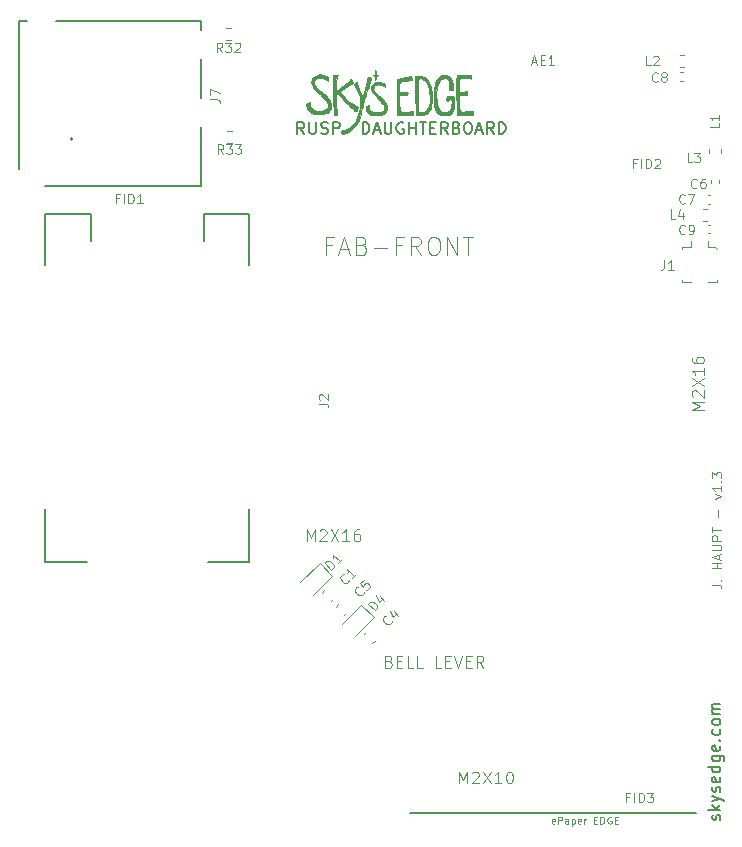
<source format=gbr>
G04 #@! TF.GenerationSoftware,KiCad,Pcbnew,6.0.11+dfsg-1~bpo11+1*
G04 #@! TF.CreationDate,2023-05-20T19:26:12-04:00*
G04 #@! TF.ProjectId,RUSP_Daughterboard,52555350-5f44-4617-9567-68746572626f,rev?*
G04 #@! TF.SameCoordinates,Original*
G04 #@! TF.FileFunction,Legend,Top*
G04 #@! TF.FilePolarity,Positive*
%FSLAX46Y46*%
G04 Gerber Fmt 4.6, Leading zero omitted, Abs format (unit mm)*
G04 Created by KiCad (PCBNEW 6.0.11+dfsg-1~bpo11+1) date 2023-05-20 19:26:12*
%MOMM*%
%LPD*%
G01*
G04 APERTURE LIST*
%ADD10C,0.150000*%
%ADD11C,0.120000*%
%ADD12C,0.200000*%
%ADD13C,0.010000*%
G04 APERTURE END LIST*
D10*
X176200000Y-137000000D02*
X152000000Y-137000000D01*
X143035714Y-79452380D02*
X142702380Y-78976190D01*
X142464285Y-79452380D02*
X142464285Y-78452380D01*
X142845238Y-78452380D01*
X142940476Y-78500000D01*
X142988095Y-78547619D01*
X143035714Y-78642857D01*
X143035714Y-78785714D01*
X142988095Y-78880952D01*
X142940476Y-78928571D01*
X142845238Y-78976190D01*
X142464285Y-78976190D01*
X143464285Y-78452380D02*
X143464285Y-79261904D01*
X143511904Y-79357142D01*
X143559523Y-79404761D01*
X143654761Y-79452380D01*
X143845238Y-79452380D01*
X143940476Y-79404761D01*
X143988095Y-79357142D01*
X144035714Y-79261904D01*
X144035714Y-78452380D01*
X144464285Y-79404761D02*
X144607142Y-79452380D01*
X144845238Y-79452380D01*
X144940476Y-79404761D01*
X144988095Y-79357142D01*
X145035714Y-79261904D01*
X145035714Y-79166666D01*
X144988095Y-79071428D01*
X144940476Y-79023809D01*
X144845238Y-78976190D01*
X144654761Y-78928571D01*
X144559523Y-78880952D01*
X144511904Y-78833333D01*
X144464285Y-78738095D01*
X144464285Y-78642857D01*
X144511904Y-78547619D01*
X144559523Y-78500000D01*
X144654761Y-78452380D01*
X144892857Y-78452380D01*
X145035714Y-78500000D01*
X145464285Y-79452380D02*
X145464285Y-78452380D01*
X145845238Y-78452380D01*
X145940476Y-78500000D01*
X145988095Y-78547619D01*
X146035714Y-78642857D01*
X146035714Y-78785714D01*
X145988095Y-78880952D01*
X145940476Y-78928571D01*
X145845238Y-78976190D01*
X145464285Y-78976190D01*
X147988095Y-79452380D02*
X147988095Y-78452380D01*
X148226190Y-78452380D01*
X148369047Y-78500000D01*
X148464285Y-78595238D01*
X148511904Y-78690476D01*
X148559523Y-78880952D01*
X148559523Y-79023809D01*
X148511904Y-79214285D01*
X148464285Y-79309523D01*
X148369047Y-79404761D01*
X148226190Y-79452380D01*
X147988095Y-79452380D01*
X148940476Y-79166666D02*
X149416666Y-79166666D01*
X148845238Y-79452380D02*
X149178571Y-78452380D01*
X149511904Y-79452380D01*
X149845238Y-78452380D02*
X149845238Y-79261904D01*
X149892857Y-79357142D01*
X149940476Y-79404761D01*
X150035714Y-79452380D01*
X150226190Y-79452380D01*
X150321428Y-79404761D01*
X150369047Y-79357142D01*
X150416666Y-79261904D01*
X150416666Y-78452380D01*
X151416666Y-78500000D02*
X151321428Y-78452380D01*
X151178571Y-78452380D01*
X151035714Y-78500000D01*
X150940476Y-78595238D01*
X150892857Y-78690476D01*
X150845238Y-78880952D01*
X150845238Y-79023809D01*
X150892857Y-79214285D01*
X150940476Y-79309523D01*
X151035714Y-79404761D01*
X151178571Y-79452380D01*
X151273809Y-79452380D01*
X151416666Y-79404761D01*
X151464285Y-79357142D01*
X151464285Y-79023809D01*
X151273809Y-79023809D01*
X151892857Y-79452380D02*
X151892857Y-78452380D01*
X151892857Y-78928571D02*
X152464285Y-78928571D01*
X152464285Y-79452380D02*
X152464285Y-78452380D01*
X152797619Y-78452380D02*
X153369047Y-78452380D01*
X153083333Y-79452380D02*
X153083333Y-78452380D01*
X153702380Y-78928571D02*
X154035714Y-78928571D01*
X154178571Y-79452380D02*
X153702380Y-79452380D01*
X153702380Y-78452380D01*
X154178571Y-78452380D01*
X155178571Y-79452380D02*
X154845238Y-78976190D01*
X154607142Y-79452380D02*
X154607142Y-78452380D01*
X154988095Y-78452380D01*
X155083333Y-78500000D01*
X155130952Y-78547619D01*
X155178571Y-78642857D01*
X155178571Y-78785714D01*
X155130952Y-78880952D01*
X155083333Y-78928571D01*
X154988095Y-78976190D01*
X154607142Y-78976190D01*
X155940476Y-78928571D02*
X156083333Y-78976190D01*
X156130952Y-79023809D01*
X156178571Y-79119047D01*
X156178571Y-79261904D01*
X156130952Y-79357142D01*
X156083333Y-79404761D01*
X155988095Y-79452380D01*
X155607142Y-79452380D01*
X155607142Y-78452380D01*
X155940476Y-78452380D01*
X156035714Y-78500000D01*
X156083333Y-78547619D01*
X156130952Y-78642857D01*
X156130952Y-78738095D01*
X156083333Y-78833333D01*
X156035714Y-78880952D01*
X155940476Y-78928571D01*
X155607142Y-78928571D01*
X156797619Y-78452380D02*
X156988095Y-78452380D01*
X157083333Y-78500000D01*
X157178571Y-78595238D01*
X157226190Y-78785714D01*
X157226190Y-79119047D01*
X157178571Y-79309523D01*
X157083333Y-79404761D01*
X156988095Y-79452380D01*
X156797619Y-79452380D01*
X156702380Y-79404761D01*
X156607142Y-79309523D01*
X156559523Y-79119047D01*
X156559523Y-78785714D01*
X156607142Y-78595238D01*
X156702380Y-78500000D01*
X156797619Y-78452380D01*
X157607142Y-79166666D02*
X158083333Y-79166666D01*
X157511904Y-79452380D02*
X157845238Y-78452380D01*
X158178571Y-79452380D01*
X159083333Y-79452380D02*
X158750000Y-78976190D01*
X158511904Y-79452380D02*
X158511904Y-78452380D01*
X158892857Y-78452380D01*
X158988095Y-78500000D01*
X159035714Y-78547619D01*
X159083333Y-78642857D01*
X159083333Y-78785714D01*
X159035714Y-78880952D01*
X158988095Y-78928571D01*
X158892857Y-78976190D01*
X158511904Y-78976190D01*
X159511904Y-79452380D02*
X159511904Y-78452380D01*
X159750000Y-78452380D01*
X159892857Y-78500000D01*
X159988095Y-78595238D01*
X160035714Y-78690476D01*
X160083333Y-78880952D01*
X160083333Y-79023809D01*
X160035714Y-79214285D01*
X159988095Y-79309523D01*
X159892857Y-79404761D01*
X159750000Y-79452380D01*
X159511904Y-79452380D01*
X178204761Y-137552380D02*
X178252380Y-137457142D01*
X178252380Y-137266666D01*
X178204761Y-137171428D01*
X178109523Y-137123809D01*
X178061904Y-137123809D01*
X177966666Y-137171428D01*
X177919047Y-137266666D01*
X177919047Y-137409523D01*
X177871428Y-137504761D01*
X177776190Y-137552380D01*
X177728571Y-137552380D01*
X177633333Y-137504761D01*
X177585714Y-137409523D01*
X177585714Y-137266666D01*
X177633333Y-137171428D01*
X178252380Y-136695238D02*
X177252380Y-136695238D01*
X177871428Y-136600000D02*
X178252380Y-136314285D01*
X177585714Y-136314285D02*
X177966666Y-136695238D01*
X177585714Y-135980952D02*
X178252380Y-135742857D01*
X177585714Y-135504761D02*
X178252380Y-135742857D01*
X178490476Y-135838095D01*
X178538095Y-135885714D01*
X178585714Y-135980952D01*
X178204761Y-135171428D02*
X178252380Y-135076190D01*
X178252380Y-134885714D01*
X178204761Y-134790476D01*
X178109523Y-134742857D01*
X178061904Y-134742857D01*
X177966666Y-134790476D01*
X177919047Y-134885714D01*
X177919047Y-135028571D01*
X177871428Y-135123809D01*
X177776190Y-135171428D01*
X177728571Y-135171428D01*
X177633333Y-135123809D01*
X177585714Y-135028571D01*
X177585714Y-134885714D01*
X177633333Y-134790476D01*
X178204761Y-133933333D02*
X178252380Y-134028571D01*
X178252380Y-134219047D01*
X178204761Y-134314285D01*
X178109523Y-134361904D01*
X177728571Y-134361904D01*
X177633333Y-134314285D01*
X177585714Y-134219047D01*
X177585714Y-134028571D01*
X177633333Y-133933333D01*
X177728571Y-133885714D01*
X177823809Y-133885714D01*
X177919047Y-134361904D01*
X178252380Y-133028571D02*
X177252380Y-133028571D01*
X178204761Y-133028571D02*
X178252380Y-133123809D01*
X178252380Y-133314285D01*
X178204761Y-133409523D01*
X178157142Y-133457142D01*
X178061904Y-133504761D01*
X177776190Y-133504761D01*
X177680952Y-133457142D01*
X177633333Y-133409523D01*
X177585714Y-133314285D01*
X177585714Y-133123809D01*
X177633333Y-133028571D01*
X177585714Y-132123809D02*
X178395238Y-132123809D01*
X178490476Y-132171428D01*
X178538095Y-132219047D01*
X178585714Y-132314285D01*
X178585714Y-132457142D01*
X178538095Y-132552380D01*
X178204761Y-132123809D02*
X178252380Y-132219047D01*
X178252380Y-132409523D01*
X178204761Y-132504761D01*
X178157142Y-132552380D01*
X178061904Y-132600000D01*
X177776190Y-132600000D01*
X177680952Y-132552380D01*
X177633333Y-132504761D01*
X177585714Y-132409523D01*
X177585714Y-132219047D01*
X177633333Y-132123809D01*
X178204761Y-131266666D02*
X178252380Y-131361904D01*
X178252380Y-131552380D01*
X178204761Y-131647619D01*
X178109523Y-131695238D01*
X177728571Y-131695238D01*
X177633333Y-131647619D01*
X177585714Y-131552380D01*
X177585714Y-131361904D01*
X177633333Y-131266666D01*
X177728571Y-131219047D01*
X177823809Y-131219047D01*
X177919047Y-131695238D01*
X178157142Y-130790476D02*
X178204761Y-130742857D01*
X178252380Y-130790476D01*
X178204761Y-130838095D01*
X178157142Y-130790476D01*
X178252380Y-130790476D01*
X178204761Y-129885714D02*
X178252380Y-129980952D01*
X178252380Y-130171428D01*
X178204761Y-130266666D01*
X178157142Y-130314285D01*
X178061904Y-130361904D01*
X177776190Y-130361904D01*
X177680952Y-130314285D01*
X177633333Y-130266666D01*
X177585714Y-130171428D01*
X177585714Y-129980952D01*
X177633333Y-129885714D01*
X178252380Y-129314285D02*
X178204761Y-129409523D01*
X178157142Y-129457142D01*
X178061904Y-129504761D01*
X177776190Y-129504761D01*
X177680952Y-129457142D01*
X177633333Y-129409523D01*
X177585714Y-129314285D01*
X177585714Y-129171428D01*
X177633333Y-129076190D01*
X177680952Y-129028571D01*
X177776190Y-128980952D01*
X178061904Y-128980952D01*
X178157142Y-129028571D01*
X178204761Y-129076190D01*
X178252380Y-129171428D01*
X178252380Y-129314285D01*
X178252380Y-128552380D02*
X177585714Y-128552380D01*
X177680952Y-128552380D02*
X177633333Y-128504761D01*
X177585714Y-128409523D01*
X177585714Y-128266666D01*
X177633333Y-128171428D01*
X177728571Y-128123809D01*
X178252380Y-128123809D01*
X177728571Y-128123809D02*
X177633333Y-128076190D01*
X177585714Y-127980952D01*
X177585714Y-127838095D01*
X177633333Y-127742857D01*
X177728571Y-127695238D01*
X178252380Y-127695238D01*
D11*
X143261904Y-113952380D02*
X143261904Y-112952380D01*
X143595238Y-113666666D01*
X143928571Y-112952380D01*
X143928571Y-113952380D01*
X144357142Y-113047619D02*
X144404761Y-113000000D01*
X144500000Y-112952380D01*
X144738095Y-112952380D01*
X144833333Y-113000000D01*
X144880952Y-113047619D01*
X144928571Y-113142857D01*
X144928571Y-113238095D01*
X144880952Y-113380952D01*
X144309523Y-113952380D01*
X144928571Y-113952380D01*
X145261904Y-112952380D02*
X145928571Y-113952380D01*
X145928571Y-112952380D02*
X145261904Y-113952380D01*
X146833333Y-113952380D02*
X146261904Y-113952380D01*
X146547619Y-113952380D02*
X146547619Y-112952380D01*
X146452380Y-113095238D01*
X146357142Y-113190476D01*
X146261904Y-113238095D01*
X147690476Y-112952380D02*
X147500000Y-112952380D01*
X147404761Y-113000000D01*
X147357142Y-113047619D01*
X147261904Y-113190476D01*
X147214285Y-113380952D01*
X147214285Y-113761904D01*
X147261904Y-113857142D01*
X147309523Y-113904761D01*
X147404761Y-113952380D01*
X147595238Y-113952380D01*
X147690476Y-113904761D01*
X147738095Y-113857142D01*
X147785714Y-113761904D01*
X147785714Y-113523809D01*
X147738095Y-113428571D01*
X147690476Y-113380952D01*
X147595238Y-113333333D01*
X147404761Y-113333333D01*
X147309523Y-113380952D01*
X147261904Y-113428571D01*
X147214285Y-113523809D01*
X156161904Y-134452380D02*
X156161904Y-133452380D01*
X156495238Y-134166666D01*
X156828571Y-133452380D01*
X156828571Y-134452380D01*
X157257142Y-133547619D02*
X157304761Y-133500000D01*
X157400000Y-133452380D01*
X157638095Y-133452380D01*
X157733333Y-133500000D01*
X157780952Y-133547619D01*
X157828571Y-133642857D01*
X157828571Y-133738095D01*
X157780952Y-133880952D01*
X157209523Y-134452380D01*
X157828571Y-134452380D01*
X158161904Y-133452380D02*
X158828571Y-134452380D01*
X158828571Y-133452380D02*
X158161904Y-134452380D01*
X159733333Y-134452380D02*
X159161904Y-134452380D01*
X159447619Y-134452380D02*
X159447619Y-133452380D01*
X159352380Y-133595238D01*
X159257142Y-133690476D01*
X159161904Y-133738095D01*
X160352380Y-133452380D02*
X160447619Y-133452380D01*
X160542857Y-133500000D01*
X160590476Y-133547619D01*
X160638095Y-133642857D01*
X160685714Y-133833333D01*
X160685714Y-134071428D01*
X160638095Y-134261904D01*
X160590476Y-134357142D01*
X160542857Y-134404761D01*
X160447619Y-134452380D01*
X160352380Y-134452380D01*
X160257142Y-134404761D01*
X160209523Y-134357142D01*
X160161904Y-134261904D01*
X160114285Y-134071428D01*
X160114285Y-133833333D01*
X160161904Y-133642857D01*
X160209523Y-133547619D01*
X160257142Y-133500000D01*
X160352380Y-133452380D01*
X177561904Y-117628571D02*
X178133333Y-117628571D01*
X178247619Y-117666666D01*
X178323809Y-117742857D01*
X178361904Y-117857142D01*
X178361904Y-117933333D01*
X178285714Y-117247619D02*
X178323809Y-117209523D01*
X178361904Y-117247619D01*
X178323809Y-117285714D01*
X178285714Y-117247619D01*
X178361904Y-117247619D01*
X178361904Y-116257142D02*
X177561904Y-116257142D01*
X177942857Y-116257142D02*
X177942857Y-115800000D01*
X178361904Y-115800000D02*
X177561904Y-115800000D01*
X178133333Y-115457142D02*
X178133333Y-115076190D01*
X178361904Y-115533333D02*
X177561904Y-115266666D01*
X178361904Y-115000000D01*
X177561904Y-114733333D02*
X178209523Y-114733333D01*
X178285714Y-114695238D01*
X178323809Y-114657142D01*
X178361904Y-114580952D01*
X178361904Y-114428571D01*
X178323809Y-114352380D01*
X178285714Y-114314285D01*
X178209523Y-114276190D01*
X177561904Y-114276190D01*
X178361904Y-113895238D02*
X177561904Y-113895238D01*
X177561904Y-113590476D01*
X177600000Y-113514285D01*
X177638095Y-113476190D01*
X177714285Y-113438095D01*
X177828571Y-113438095D01*
X177904761Y-113476190D01*
X177942857Y-113514285D01*
X177980952Y-113590476D01*
X177980952Y-113895238D01*
X177561904Y-113209523D02*
X177561904Y-112752380D01*
X178361904Y-112980952D02*
X177561904Y-112980952D01*
X178057142Y-111876190D02*
X178057142Y-111266666D01*
X177828571Y-110352380D02*
X178361904Y-110161904D01*
X177828571Y-109971428D01*
X178361904Y-109247619D02*
X178361904Y-109704761D01*
X178361904Y-109476190D02*
X177561904Y-109476190D01*
X177676190Y-109552380D01*
X177752380Y-109628571D01*
X177790476Y-109704761D01*
X178285714Y-108904761D02*
X178323809Y-108866666D01*
X178361904Y-108904761D01*
X178323809Y-108942857D01*
X178285714Y-108904761D01*
X178361904Y-108904761D01*
X177561904Y-108600000D02*
X177561904Y-108104761D01*
X177866666Y-108371428D01*
X177866666Y-108257142D01*
X177904761Y-108180952D01*
X177942857Y-108142857D01*
X178019047Y-108104761D01*
X178209523Y-108104761D01*
X178285714Y-108142857D01*
X178323809Y-108180952D01*
X178361904Y-108257142D01*
X178361904Y-108485714D01*
X178323809Y-108561904D01*
X178285714Y-108600000D01*
X164257142Y-137842857D02*
X164200000Y-137871428D01*
X164085714Y-137871428D01*
X164028571Y-137842857D01*
X164000000Y-137785714D01*
X164000000Y-137557142D01*
X164028571Y-137500000D01*
X164085714Y-137471428D01*
X164200000Y-137471428D01*
X164257142Y-137500000D01*
X164285714Y-137557142D01*
X164285714Y-137614285D01*
X164000000Y-137671428D01*
X164542857Y-137871428D02*
X164542857Y-137271428D01*
X164771428Y-137271428D01*
X164828571Y-137300000D01*
X164857142Y-137328571D01*
X164885714Y-137385714D01*
X164885714Y-137471428D01*
X164857142Y-137528571D01*
X164828571Y-137557142D01*
X164771428Y-137585714D01*
X164542857Y-137585714D01*
X165400000Y-137871428D02*
X165400000Y-137557142D01*
X165371428Y-137500000D01*
X165314285Y-137471428D01*
X165200000Y-137471428D01*
X165142857Y-137500000D01*
X165400000Y-137842857D02*
X165342857Y-137871428D01*
X165200000Y-137871428D01*
X165142857Y-137842857D01*
X165114285Y-137785714D01*
X165114285Y-137728571D01*
X165142857Y-137671428D01*
X165200000Y-137642857D01*
X165342857Y-137642857D01*
X165400000Y-137614285D01*
X165685714Y-137471428D02*
X165685714Y-138071428D01*
X165685714Y-137500000D02*
X165742857Y-137471428D01*
X165857142Y-137471428D01*
X165914285Y-137500000D01*
X165942857Y-137528571D01*
X165971428Y-137585714D01*
X165971428Y-137757142D01*
X165942857Y-137814285D01*
X165914285Y-137842857D01*
X165857142Y-137871428D01*
X165742857Y-137871428D01*
X165685714Y-137842857D01*
X166457142Y-137842857D02*
X166400000Y-137871428D01*
X166285714Y-137871428D01*
X166228571Y-137842857D01*
X166200000Y-137785714D01*
X166200000Y-137557142D01*
X166228571Y-137500000D01*
X166285714Y-137471428D01*
X166400000Y-137471428D01*
X166457142Y-137500000D01*
X166485714Y-137557142D01*
X166485714Y-137614285D01*
X166200000Y-137671428D01*
X166742857Y-137871428D02*
X166742857Y-137471428D01*
X166742857Y-137585714D02*
X166771428Y-137528571D01*
X166800000Y-137500000D01*
X166857142Y-137471428D01*
X166914285Y-137471428D01*
X167571428Y-137557142D02*
X167771428Y-137557142D01*
X167857142Y-137871428D02*
X167571428Y-137871428D01*
X167571428Y-137271428D01*
X167857142Y-137271428D01*
X168114285Y-137871428D02*
X168114285Y-137271428D01*
X168257142Y-137271428D01*
X168342857Y-137300000D01*
X168400000Y-137357142D01*
X168428571Y-137414285D01*
X168457142Y-137528571D01*
X168457142Y-137614285D01*
X168428571Y-137728571D01*
X168400000Y-137785714D01*
X168342857Y-137842857D01*
X168257142Y-137871428D01*
X168114285Y-137871428D01*
X169028571Y-137300000D02*
X168971428Y-137271428D01*
X168885714Y-137271428D01*
X168800000Y-137300000D01*
X168742857Y-137357142D01*
X168714285Y-137414285D01*
X168685714Y-137528571D01*
X168685714Y-137614285D01*
X168714285Y-137728571D01*
X168742857Y-137785714D01*
X168800000Y-137842857D01*
X168885714Y-137871428D01*
X168942857Y-137871428D01*
X169028571Y-137842857D01*
X169057142Y-137814285D01*
X169057142Y-137614285D01*
X168942857Y-137614285D01*
X169314285Y-137557142D02*
X169514285Y-137557142D01*
X169600000Y-137871428D02*
X169314285Y-137871428D01*
X169314285Y-137271428D01*
X169600000Y-137271428D01*
X145357142Y-88892857D02*
X144857142Y-88892857D01*
X144857142Y-89678571D02*
X144857142Y-88178571D01*
X145571428Y-88178571D01*
X146071428Y-89250000D02*
X146785714Y-89250000D01*
X145928571Y-89678571D02*
X146428571Y-88178571D01*
X146928571Y-89678571D01*
X147928571Y-88892857D02*
X148142857Y-88964285D01*
X148214285Y-89035714D01*
X148285714Y-89178571D01*
X148285714Y-89392857D01*
X148214285Y-89535714D01*
X148142857Y-89607142D01*
X148000000Y-89678571D01*
X147428571Y-89678571D01*
X147428571Y-88178571D01*
X147928571Y-88178571D01*
X148071428Y-88250000D01*
X148142857Y-88321428D01*
X148214285Y-88464285D01*
X148214285Y-88607142D01*
X148142857Y-88750000D01*
X148071428Y-88821428D01*
X147928571Y-88892857D01*
X147428571Y-88892857D01*
X148928571Y-89107142D02*
X150071428Y-89107142D01*
X151285714Y-88892857D02*
X150785714Y-88892857D01*
X150785714Y-89678571D02*
X150785714Y-88178571D01*
X151500000Y-88178571D01*
X152928571Y-89678571D02*
X152428571Y-88964285D01*
X152071428Y-89678571D02*
X152071428Y-88178571D01*
X152642857Y-88178571D01*
X152785714Y-88250000D01*
X152857142Y-88321428D01*
X152928571Y-88464285D01*
X152928571Y-88678571D01*
X152857142Y-88821428D01*
X152785714Y-88892857D01*
X152642857Y-88964285D01*
X152071428Y-88964285D01*
X153857142Y-88178571D02*
X154142857Y-88178571D01*
X154285714Y-88250000D01*
X154428571Y-88392857D01*
X154500000Y-88678571D01*
X154500000Y-89178571D01*
X154428571Y-89464285D01*
X154285714Y-89607142D01*
X154142857Y-89678571D01*
X153857142Y-89678571D01*
X153714285Y-89607142D01*
X153571428Y-89464285D01*
X153500000Y-89178571D01*
X153500000Y-88678571D01*
X153571428Y-88392857D01*
X153714285Y-88250000D01*
X153857142Y-88178571D01*
X155142857Y-89678571D02*
X155142857Y-88178571D01*
X156000000Y-89678571D01*
X156000000Y-88178571D01*
X156500000Y-88178571D02*
X157357142Y-88178571D01*
X156928571Y-89678571D02*
X156928571Y-88178571D01*
X176852380Y-102838095D02*
X175852380Y-102838095D01*
X176566666Y-102504761D01*
X175852380Y-102171428D01*
X176852380Y-102171428D01*
X175947619Y-101742857D02*
X175900000Y-101695238D01*
X175852380Y-101600000D01*
X175852380Y-101361904D01*
X175900000Y-101266666D01*
X175947619Y-101219047D01*
X176042857Y-101171428D01*
X176138095Y-101171428D01*
X176280952Y-101219047D01*
X176852380Y-101790476D01*
X176852380Y-101171428D01*
X175852380Y-100838095D02*
X176852380Y-100171428D01*
X175852380Y-100171428D02*
X176852380Y-100838095D01*
X176852380Y-99266666D02*
X176852380Y-99838095D01*
X176852380Y-99552380D02*
X175852380Y-99552380D01*
X175995238Y-99647619D01*
X176090476Y-99742857D01*
X176138095Y-99838095D01*
X175852380Y-98409523D02*
X175852380Y-98600000D01*
X175900000Y-98695238D01*
X175947619Y-98742857D01*
X176090476Y-98838095D01*
X176280952Y-98885714D01*
X176661904Y-98885714D01*
X176757142Y-98838095D01*
X176804761Y-98790476D01*
X176852380Y-98695238D01*
X176852380Y-98504761D01*
X176804761Y-98409523D01*
X176757142Y-98361904D01*
X176661904Y-98314285D01*
X176423809Y-98314285D01*
X176328571Y-98361904D01*
X176280952Y-98409523D01*
X176233333Y-98504761D01*
X176233333Y-98695238D01*
X176280952Y-98790476D01*
X176328571Y-98838095D01*
X176423809Y-98885714D01*
X150209523Y-124128571D02*
X150352380Y-124176190D01*
X150400000Y-124223809D01*
X150447619Y-124319047D01*
X150447619Y-124461904D01*
X150400000Y-124557142D01*
X150352380Y-124604761D01*
X150257142Y-124652380D01*
X149876190Y-124652380D01*
X149876190Y-123652380D01*
X150209523Y-123652380D01*
X150304761Y-123700000D01*
X150352380Y-123747619D01*
X150400000Y-123842857D01*
X150400000Y-123938095D01*
X150352380Y-124033333D01*
X150304761Y-124080952D01*
X150209523Y-124128571D01*
X149876190Y-124128571D01*
X150876190Y-124128571D02*
X151209523Y-124128571D01*
X151352380Y-124652380D02*
X150876190Y-124652380D01*
X150876190Y-123652380D01*
X151352380Y-123652380D01*
X152257142Y-124652380D02*
X151780952Y-124652380D01*
X151780952Y-123652380D01*
X153066666Y-124652380D02*
X152590476Y-124652380D01*
X152590476Y-123652380D01*
X154638095Y-124652380D02*
X154161904Y-124652380D01*
X154161904Y-123652380D01*
X154971428Y-124128571D02*
X155304761Y-124128571D01*
X155447619Y-124652380D02*
X154971428Y-124652380D01*
X154971428Y-123652380D01*
X155447619Y-123652380D01*
X155733333Y-123652380D02*
X156066666Y-124652380D01*
X156400000Y-123652380D01*
X156733333Y-124128571D02*
X157066666Y-124128571D01*
X157209523Y-124652380D02*
X156733333Y-124652380D01*
X156733333Y-123652380D01*
X157209523Y-123652380D01*
X158209523Y-124652380D02*
X157876190Y-124176190D01*
X157638095Y-124652380D02*
X157638095Y-123652380D01*
X158019047Y-123652380D01*
X158114285Y-123700000D01*
X158161904Y-123747619D01*
X158209523Y-123842857D01*
X158209523Y-123985714D01*
X158161904Y-124080952D01*
X158114285Y-124128571D01*
X158019047Y-124176190D01*
X157638095Y-124176190D01*
X148068912Y-118257474D02*
X148068912Y-118311349D01*
X148015037Y-118419098D01*
X147961163Y-118472973D01*
X147853413Y-118526848D01*
X147745663Y-118526848D01*
X147664851Y-118499911D01*
X147530164Y-118419098D01*
X147449352Y-118338286D01*
X147368540Y-118203599D01*
X147341602Y-118122787D01*
X147341602Y-118015037D01*
X147395477Y-117907288D01*
X147449352Y-117853413D01*
X147557101Y-117799538D01*
X147610976Y-117799538D01*
X148068912Y-117233853D02*
X147799538Y-117503227D01*
X148041975Y-117799538D01*
X148041975Y-117745663D01*
X148068912Y-117664851D01*
X148203599Y-117530164D01*
X148284411Y-117503227D01*
X148338286Y-117503227D01*
X148419098Y-117530164D01*
X148553785Y-117664851D01*
X148580723Y-117745663D01*
X148580723Y-117799538D01*
X148553785Y-117880350D01*
X148419098Y-118015037D01*
X148338286Y-118041975D01*
X148284411Y-118041975D01*
X171152857Y-81962857D02*
X170886190Y-81962857D01*
X170886190Y-82381904D02*
X170886190Y-81581904D01*
X171267142Y-81581904D01*
X171571904Y-82381904D02*
X171571904Y-81581904D01*
X171952857Y-82381904D02*
X171952857Y-81581904D01*
X172143333Y-81581904D01*
X172257619Y-81620000D01*
X172333809Y-81696190D01*
X172371904Y-81772380D01*
X172410000Y-81924761D01*
X172410000Y-82039047D01*
X172371904Y-82191428D01*
X172333809Y-82267619D01*
X172257619Y-82343809D01*
X172143333Y-82381904D01*
X171952857Y-82381904D01*
X172714761Y-81658095D02*
X172752857Y-81620000D01*
X172829047Y-81581904D01*
X173019523Y-81581904D01*
X173095714Y-81620000D01*
X173133809Y-81658095D01*
X173171904Y-81734285D01*
X173171904Y-81810476D01*
X173133809Y-81924761D01*
X172676666Y-82381904D01*
X173171904Y-82381904D01*
X146832749Y-117221311D02*
X146832749Y-117275186D01*
X146778874Y-117382935D01*
X146725000Y-117436810D01*
X146617250Y-117490685D01*
X146509500Y-117490685D01*
X146428688Y-117463748D01*
X146294001Y-117382935D01*
X146213189Y-117302123D01*
X146132377Y-117167436D01*
X146105439Y-117086624D01*
X146105439Y-116978874D01*
X146159314Y-116871125D01*
X146213189Y-116817250D01*
X146320938Y-116763375D01*
X146374813Y-116763375D01*
X147425372Y-116736438D02*
X147102123Y-117059687D01*
X147263748Y-116898062D02*
X146698062Y-116332377D01*
X146725000Y-116467064D01*
X146725000Y-116574813D01*
X146698062Y-116655625D01*
X127334857Y-84932857D02*
X127068190Y-84932857D01*
X127068190Y-85351904D02*
X127068190Y-84551904D01*
X127449142Y-84551904D01*
X127753904Y-85351904D02*
X127753904Y-84551904D01*
X128134857Y-85351904D02*
X128134857Y-84551904D01*
X128325333Y-84551904D01*
X128439619Y-84590000D01*
X128515809Y-84666190D01*
X128553904Y-84742380D01*
X128592000Y-84894761D01*
X128592000Y-85009047D01*
X128553904Y-85161428D01*
X128515809Y-85237619D01*
X128439619Y-85313809D01*
X128325333Y-85351904D01*
X128134857Y-85351904D01*
X129353904Y-85351904D02*
X128896761Y-85351904D01*
X129125333Y-85351904D02*
X129125333Y-84551904D01*
X129049142Y-84666190D01*
X128972952Y-84742380D01*
X128896761Y-84780476D01*
X145338375Y-116348435D02*
X144772690Y-115782749D01*
X144907377Y-115648062D01*
X145015126Y-115594187D01*
X145122876Y-115594187D01*
X145203688Y-115621125D01*
X145338375Y-115701937D01*
X145419187Y-115782749D01*
X145500000Y-115917436D01*
X145526937Y-115998248D01*
X145526937Y-116105998D01*
X145473062Y-116213748D01*
X145338375Y-116348435D01*
X146200372Y-115486438D02*
X145877123Y-115809687D01*
X146038748Y-115648062D02*
X145473062Y-115082377D01*
X145500000Y-115217064D01*
X145500000Y-115324813D01*
X145473062Y-115405625D01*
X150443913Y-120707474D02*
X150443913Y-120761349D01*
X150390038Y-120869098D01*
X150336164Y-120922973D01*
X150228414Y-120976848D01*
X150120664Y-120976848D01*
X150039852Y-120949911D01*
X149905165Y-120869098D01*
X149824353Y-120788286D01*
X149743541Y-120653599D01*
X149716603Y-120572787D01*
X149716603Y-120465037D01*
X149770478Y-120357288D01*
X149824353Y-120303413D01*
X149932102Y-120249538D01*
X149985977Y-120249538D01*
X150605538Y-119899352D02*
X150982661Y-120276475D01*
X150255351Y-119818540D02*
X150524725Y-120357288D01*
X150874912Y-120007101D01*
X136165714Y-81161904D02*
X135899047Y-80780952D01*
X135708571Y-81161904D02*
X135708571Y-80361904D01*
X136013333Y-80361904D01*
X136089523Y-80400000D01*
X136127619Y-80438095D01*
X136165714Y-80514285D01*
X136165714Y-80628571D01*
X136127619Y-80704761D01*
X136089523Y-80742857D01*
X136013333Y-80780952D01*
X135708571Y-80780952D01*
X136432380Y-80361904D02*
X136927619Y-80361904D01*
X136660952Y-80666666D01*
X136775238Y-80666666D01*
X136851428Y-80704761D01*
X136889523Y-80742857D01*
X136927619Y-80819047D01*
X136927619Y-81009523D01*
X136889523Y-81085714D01*
X136851428Y-81123809D01*
X136775238Y-81161904D01*
X136546666Y-81161904D01*
X136470476Y-81123809D01*
X136432380Y-81085714D01*
X137194285Y-80361904D02*
X137689523Y-80361904D01*
X137422857Y-80666666D01*
X137537142Y-80666666D01*
X137613333Y-80704761D01*
X137651428Y-80742857D01*
X137689523Y-80819047D01*
X137689523Y-81009523D01*
X137651428Y-81085714D01*
X137613333Y-81123809D01*
X137537142Y-81161904D01*
X137308571Y-81161904D01*
X137232380Y-81123809D01*
X137194285Y-81085714D01*
X136075714Y-72531904D02*
X135809047Y-72150952D01*
X135618571Y-72531904D02*
X135618571Y-71731904D01*
X135923333Y-71731904D01*
X135999523Y-71770000D01*
X136037619Y-71808095D01*
X136075714Y-71884285D01*
X136075714Y-71998571D01*
X136037619Y-72074761D01*
X135999523Y-72112857D01*
X135923333Y-72150952D01*
X135618571Y-72150952D01*
X136342380Y-71731904D02*
X136837619Y-71731904D01*
X136570952Y-72036666D01*
X136685238Y-72036666D01*
X136761428Y-72074761D01*
X136799523Y-72112857D01*
X136837619Y-72189047D01*
X136837619Y-72379523D01*
X136799523Y-72455714D01*
X136761428Y-72493809D01*
X136685238Y-72531904D01*
X136456666Y-72531904D01*
X136380476Y-72493809D01*
X136342380Y-72455714D01*
X137142380Y-71808095D02*
X137180476Y-71770000D01*
X137256666Y-71731904D01*
X137447142Y-71731904D01*
X137523333Y-71770000D01*
X137561428Y-71808095D01*
X137599523Y-71884285D01*
X137599523Y-71960476D01*
X137561428Y-72074761D01*
X137104285Y-72531904D01*
X137599523Y-72531904D01*
X135061904Y-76516666D02*
X135633333Y-76516666D01*
X135747619Y-76554761D01*
X135823809Y-76630952D01*
X135861904Y-76745238D01*
X135861904Y-76821428D01*
X135061904Y-76211904D02*
X135061904Y-75678571D01*
X135861904Y-76021428D01*
X148999538Y-119809598D02*
X148433853Y-119243912D01*
X148568540Y-119109225D01*
X148676289Y-119055350D01*
X148784039Y-119055350D01*
X148864851Y-119082288D01*
X148999538Y-119163100D01*
X149080350Y-119243912D01*
X149161163Y-119378599D01*
X149188100Y-119459411D01*
X149188100Y-119567161D01*
X149134225Y-119674911D01*
X148999538Y-119809598D01*
X149430537Y-118624352D02*
X149807660Y-119001475D01*
X149080350Y-118543540D02*
X149349724Y-119082288D01*
X149699911Y-118732101D01*
X170542857Y-135642857D02*
X170276190Y-135642857D01*
X170276190Y-136061904D02*
X170276190Y-135261904D01*
X170657142Y-135261904D01*
X170961904Y-136061904D02*
X170961904Y-135261904D01*
X171342857Y-136061904D02*
X171342857Y-135261904D01*
X171533333Y-135261904D01*
X171647619Y-135300000D01*
X171723809Y-135376190D01*
X171761904Y-135452380D01*
X171800000Y-135604761D01*
X171800000Y-135719047D01*
X171761904Y-135871428D01*
X171723809Y-135947619D01*
X171647619Y-136023809D01*
X171533333Y-136061904D01*
X171342857Y-136061904D01*
X172066666Y-135261904D02*
X172561904Y-135261904D01*
X172295238Y-135566666D01*
X172409523Y-135566666D01*
X172485714Y-135604761D01*
X172523809Y-135642857D01*
X172561904Y-135719047D01*
X172561904Y-135909523D01*
X172523809Y-135985714D01*
X172485714Y-136023809D01*
X172409523Y-136061904D01*
X172180952Y-136061904D01*
X172104761Y-136023809D01*
X172066666Y-135985714D01*
X144256904Y-102321666D02*
X144828333Y-102321666D01*
X144942619Y-102359761D01*
X145018809Y-102435952D01*
X145056904Y-102550238D01*
X145056904Y-102626428D01*
X144333095Y-101978809D02*
X144295000Y-101940714D01*
X144256904Y-101864523D01*
X144256904Y-101674047D01*
X144295000Y-101597857D01*
X144333095Y-101559761D01*
X144409285Y-101521666D01*
X144485476Y-101521666D01*
X144599761Y-101559761D01*
X145056904Y-102016904D01*
X145056904Y-101521666D01*
X175266666Y-85285714D02*
X175228571Y-85323809D01*
X175114285Y-85361904D01*
X175038095Y-85361904D01*
X174923809Y-85323809D01*
X174847619Y-85247619D01*
X174809523Y-85171428D01*
X174771428Y-85019047D01*
X174771428Y-84904761D01*
X174809523Y-84752380D01*
X174847619Y-84676190D01*
X174923809Y-84600000D01*
X175038095Y-84561904D01*
X175114285Y-84561904D01*
X175228571Y-84600000D01*
X175266666Y-84638095D01*
X175533333Y-84561904D02*
X176066666Y-84561904D01*
X175723809Y-85361904D01*
X175866666Y-81861904D02*
X175485714Y-81861904D01*
X175485714Y-81061904D01*
X176057142Y-81061904D02*
X176552380Y-81061904D01*
X176285714Y-81366666D01*
X176400000Y-81366666D01*
X176476190Y-81404761D01*
X176514285Y-81442857D01*
X176552380Y-81519047D01*
X176552380Y-81709523D01*
X176514285Y-81785714D01*
X176476190Y-81823809D01*
X176400000Y-81861904D01*
X176171428Y-81861904D01*
X176095238Y-81823809D01*
X176057142Y-81785714D01*
X176266666Y-83985714D02*
X176228571Y-84023809D01*
X176114285Y-84061904D01*
X176038095Y-84061904D01*
X175923809Y-84023809D01*
X175847619Y-83947619D01*
X175809523Y-83871428D01*
X175771428Y-83719047D01*
X175771428Y-83604761D01*
X175809523Y-83452380D01*
X175847619Y-83376190D01*
X175923809Y-83300000D01*
X176038095Y-83261904D01*
X176114285Y-83261904D01*
X176228571Y-83300000D01*
X176266666Y-83338095D01*
X176952380Y-83261904D02*
X176800000Y-83261904D01*
X176723809Y-83300000D01*
X176685714Y-83338095D01*
X176609523Y-83452380D01*
X176571428Y-83604761D01*
X176571428Y-83909523D01*
X176609523Y-83985714D01*
X176647619Y-84023809D01*
X176723809Y-84061904D01*
X176876190Y-84061904D01*
X176952380Y-84023809D01*
X176990476Y-83985714D01*
X177028571Y-83909523D01*
X177028571Y-83719047D01*
X176990476Y-83642857D01*
X176952380Y-83604761D01*
X176876190Y-83566666D01*
X176723809Y-83566666D01*
X176647619Y-83604761D01*
X176609523Y-83642857D01*
X176571428Y-83719047D01*
X174466666Y-86661904D02*
X174085714Y-86661904D01*
X174085714Y-85861904D01*
X175076190Y-86128571D02*
X175076190Y-86661904D01*
X174885714Y-85823809D02*
X174695238Y-86395238D01*
X175190476Y-86395238D01*
X172366666Y-73661904D02*
X171985714Y-73661904D01*
X171985714Y-72861904D01*
X172595238Y-72938095D02*
X172633333Y-72900000D01*
X172709523Y-72861904D01*
X172900000Y-72861904D01*
X172976190Y-72900000D01*
X173014285Y-72938095D01*
X173052380Y-73014285D01*
X173052380Y-73090476D01*
X173014285Y-73204761D01*
X172557142Y-73661904D01*
X173052380Y-73661904D01*
X173533333Y-90161904D02*
X173533333Y-90733333D01*
X173495238Y-90847619D01*
X173419047Y-90923809D01*
X173304761Y-90961904D01*
X173228571Y-90961904D01*
X174333333Y-90961904D02*
X173876190Y-90961904D01*
X174104761Y-90961904D02*
X174104761Y-90161904D01*
X174028571Y-90276190D01*
X173952380Y-90352380D01*
X173876190Y-90390476D01*
X162316666Y-73383333D02*
X162697619Y-73383333D01*
X162240476Y-73611904D02*
X162507142Y-72811904D01*
X162773809Y-73611904D01*
X163040476Y-73192857D02*
X163307142Y-73192857D01*
X163421428Y-73611904D02*
X163040476Y-73611904D01*
X163040476Y-72811904D01*
X163421428Y-72811904D01*
X164183333Y-73611904D02*
X163726190Y-73611904D01*
X163954761Y-73611904D02*
X163954761Y-72811904D01*
X163878571Y-72926190D01*
X163802380Y-73002380D01*
X163726190Y-73040476D01*
X175266666Y-87885714D02*
X175228571Y-87923809D01*
X175114285Y-87961904D01*
X175038095Y-87961904D01*
X174923809Y-87923809D01*
X174847619Y-87847619D01*
X174809523Y-87771428D01*
X174771428Y-87619047D01*
X174771428Y-87504761D01*
X174809523Y-87352380D01*
X174847619Y-87276190D01*
X174923809Y-87200000D01*
X175038095Y-87161904D01*
X175114285Y-87161904D01*
X175228571Y-87200000D01*
X175266666Y-87238095D01*
X175647619Y-87961904D02*
X175800000Y-87961904D01*
X175876190Y-87923809D01*
X175914285Y-87885714D01*
X175990476Y-87771428D01*
X176028571Y-87619047D01*
X176028571Y-87314285D01*
X175990476Y-87238095D01*
X175952380Y-87200000D01*
X175876190Y-87161904D01*
X175723809Y-87161904D01*
X175647619Y-87200000D01*
X175609523Y-87238095D01*
X175571428Y-87314285D01*
X175571428Y-87504761D01*
X175609523Y-87580952D01*
X175647619Y-87619047D01*
X175723809Y-87657142D01*
X175876190Y-87657142D01*
X175952380Y-87619047D01*
X175990476Y-87580952D01*
X176028571Y-87504761D01*
X172966666Y-74985714D02*
X172928571Y-75023809D01*
X172814285Y-75061904D01*
X172738095Y-75061904D01*
X172623809Y-75023809D01*
X172547619Y-74947619D01*
X172509523Y-74871428D01*
X172471428Y-74719047D01*
X172471428Y-74604761D01*
X172509523Y-74452380D01*
X172547619Y-74376190D01*
X172623809Y-74300000D01*
X172738095Y-74261904D01*
X172814285Y-74261904D01*
X172928571Y-74300000D01*
X172966666Y-74338095D01*
X173423809Y-74604761D02*
X173347619Y-74566666D01*
X173309523Y-74528571D01*
X173271428Y-74452380D01*
X173271428Y-74414285D01*
X173309523Y-74338095D01*
X173347619Y-74300000D01*
X173423809Y-74261904D01*
X173576190Y-74261904D01*
X173652380Y-74300000D01*
X173690476Y-74338095D01*
X173728571Y-74414285D01*
X173728571Y-74452380D01*
X173690476Y-74528571D01*
X173652380Y-74566666D01*
X173576190Y-74604761D01*
X173423809Y-74604761D01*
X173347619Y-74642857D01*
X173309523Y-74680952D01*
X173271428Y-74757142D01*
X173271428Y-74909523D01*
X173309523Y-74985714D01*
X173347619Y-75023809D01*
X173423809Y-75061904D01*
X173576190Y-75061904D01*
X173652380Y-75023809D01*
X173690476Y-74985714D01*
X173728571Y-74909523D01*
X173728571Y-74757142D01*
X173690476Y-74680952D01*
X173652380Y-74642857D01*
X173576190Y-74604761D01*
X178161904Y-78533333D02*
X178161904Y-78914285D01*
X177361904Y-78914285D01*
X178161904Y-77847619D02*
X178161904Y-78304761D01*
X178161904Y-78076190D02*
X177361904Y-78076190D01*
X177476190Y-78152380D01*
X177552380Y-78228571D01*
X177590476Y-78304761D01*
X145888781Y-119289970D02*
X145689970Y-119488781D01*
X146610030Y-120011219D02*
X146411219Y-120210030D01*
X144738781Y-118114970D02*
X144539970Y-118313781D01*
X145460030Y-118836219D02*
X145261219Y-119035030D01*
X143754038Y-118485409D02*
X145369777Y-116869670D01*
X145369777Y-116869670D02*
X144330330Y-115830223D01*
X144330330Y-115830223D02*
X142714591Y-117445962D01*
X148263781Y-121639970D02*
X148064970Y-121838781D01*
X148985030Y-122361219D02*
X148786219Y-122560030D01*
X136937258Y-80222500D02*
X136462742Y-80222500D01*
X136937258Y-79177500D02*
X136462742Y-79177500D01*
X136852258Y-71522500D02*
X136377742Y-71522500D01*
X136852258Y-70477500D02*
X136377742Y-70477500D01*
D12*
X121050000Y-83900000D02*
X134325000Y-83900000D01*
X118875000Y-69900000D02*
X118875000Y-82450000D01*
X122050000Y-69900000D02*
X134325000Y-69900000D01*
X134325000Y-78881200D02*
X134325000Y-83900000D01*
X118875000Y-69900000D02*
X119550000Y-69900000D01*
X134325000Y-69900000D02*
X134325000Y-70626200D01*
X134325000Y-73090000D02*
X134325000Y-76442800D01*
X123450000Y-79900000D02*
G75*
G03*
X123450000Y-79900000I-100000J0D01*
G01*
D11*
X147880330Y-119355223D02*
X146264591Y-120970962D01*
X147304038Y-122010409D02*
X148919777Y-120394670D01*
X148919777Y-120394670D02*
X147880330Y-119355223D01*
G36*
X148632027Y-74682881D02*
G01*
X148677971Y-74704879D01*
X148681396Y-74710729D01*
X148679853Y-74754681D01*
X148662009Y-74842061D01*
X148630389Y-74964388D01*
X148587516Y-75113181D01*
X148535915Y-75279958D01*
X148478111Y-75456239D01*
X148416626Y-75633542D01*
X148364220Y-75776431D01*
X148291465Y-75972567D01*
X148230168Y-76147001D01*
X148176994Y-76311495D01*
X148128607Y-76477813D01*
X148081670Y-76657717D01*
X148032847Y-76862969D01*
X147978804Y-77105334D01*
X147951262Y-77232568D01*
X147882751Y-77540254D01*
X147819406Y-77800019D01*
X147759087Y-78018674D01*
X147699657Y-78203029D01*
X147638976Y-78359895D01*
X147574905Y-78496084D01*
X147527688Y-78581413D01*
X147412788Y-78747587D01*
X147264019Y-78920456D01*
X147097462Y-79083178D01*
X146929196Y-79218914D01*
X146898913Y-79239892D01*
X146782472Y-79307685D01*
X146654642Y-79364947D01*
X146525054Y-79409501D01*
X146403340Y-79439169D01*
X146299131Y-79451777D01*
X146222058Y-79445147D01*
X146181752Y-79417103D01*
X146178161Y-79402772D01*
X146178130Y-79306794D01*
X146187863Y-79222422D01*
X146204825Y-79169717D01*
X146208157Y-79165442D01*
X146244580Y-79149782D01*
X146320402Y-79129723D01*
X146420433Y-79109185D01*
X146438944Y-79105894D01*
X146627709Y-79059372D01*
X146793141Y-78985694D01*
X146949047Y-78876875D01*
X147109234Y-78724929D01*
X147122968Y-78710328D01*
X147269920Y-78533535D01*
X147394922Y-78338776D01*
X147500393Y-78119571D01*
X147588750Y-77869438D01*
X147662413Y-77581898D01*
X147723799Y-77250470D01*
X147758356Y-77007718D01*
X147779592Y-76835882D01*
X147792713Y-76695527D01*
X147795569Y-76576233D01*
X147786013Y-76467583D01*
X147761898Y-76359160D01*
X147721075Y-76240545D01*
X147661399Y-76101322D01*
X147580720Y-75931073D01*
X147504204Y-75774863D01*
X147257625Y-75273815D01*
X147306040Y-75191181D01*
X147358756Y-75119175D01*
X147412991Y-75072798D01*
X147456381Y-75061588D01*
X147466446Y-75067461D01*
X147480254Y-75101844D01*
X147499427Y-75175071D01*
X147519912Y-75271578D01*
X147520706Y-75275725D01*
X147547308Y-75379241D01*
X147591566Y-75513678D01*
X147646923Y-75660328D01*
X147697009Y-75778832D01*
X147775930Y-75952023D01*
X147837629Y-76078316D01*
X147885529Y-76162029D01*
X147923052Y-76207478D01*
X147953621Y-76218977D01*
X147980658Y-76200845D01*
X148003446Y-76165306D01*
X148023550Y-76115404D01*
X148055298Y-76021987D01*
X148095806Y-75894814D01*
X148142193Y-75743642D01*
X148191576Y-75578231D01*
X148241074Y-75408338D01*
X148287802Y-75243721D01*
X148328880Y-75094139D01*
X148361425Y-74969349D01*
X148380510Y-74888750D01*
X148426795Y-74674783D01*
X148547198Y-74674783D01*
X148632027Y-74682881D01*
G37*
D13*
X148632027Y-74682881D02*
X148677971Y-74704879D01*
X148681396Y-74710729D01*
X148679853Y-74754681D01*
X148662009Y-74842061D01*
X148630389Y-74964388D01*
X148587516Y-75113181D01*
X148535915Y-75279958D01*
X148478111Y-75456239D01*
X148416626Y-75633542D01*
X148364220Y-75776431D01*
X148291465Y-75972567D01*
X148230168Y-76147001D01*
X148176994Y-76311495D01*
X148128607Y-76477813D01*
X148081670Y-76657717D01*
X148032847Y-76862969D01*
X147978804Y-77105334D01*
X147951262Y-77232568D01*
X147882751Y-77540254D01*
X147819406Y-77800019D01*
X147759087Y-78018674D01*
X147699657Y-78203029D01*
X147638976Y-78359895D01*
X147574905Y-78496084D01*
X147527688Y-78581413D01*
X147412788Y-78747587D01*
X147264019Y-78920456D01*
X147097462Y-79083178D01*
X146929196Y-79218914D01*
X146898913Y-79239892D01*
X146782472Y-79307685D01*
X146654642Y-79364947D01*
X146525054Y-79409501D01*
X146403340Y-79439169D01*
X146299131Y-79451777D01*
X146222058Y-79445147D01*
X146181752Y-79417103D01*
X146178161Y-79402772D01*
X146178130Y-79306794D01*
X146187863Y-79222422D01*
X146204825Y-79169717D01*
X146208157Y-79165442D01*
X146244580Y-79149782D01*
X146320402Y-79129723D01*
X146420433Y-79109185D01*
X146438944Y-79105894D01*
X146627709Y-79059372D01*
X146793141Y-78985694D01*
X146949047Y-78876875D01*
X147109234Y-78724929D01*
X147122968Y-78710328D01*
X147269920Y-78533535D01*
X147394922Y-78338776D01*
X147500393Y-78119571D01*
X147588750Y-77869438D01*
X147662413Y-77581898D01*
X147723799Y-77250470D01*
X147758356Y-77007718D01*
X147779592Y-76835882D01*
X147792713Y-76695527D01*
X147795569Y-76576233D01*
X147786013Y-76467583D01*
X147761898Y-76359160D01*
X147721075Y-76240545D01*
X147661399Y-76101322D01*
X147580720Y-75931073D01*
X147504204Y-75774863D01*
X147257625Y-75273815D01*
X147306040Y-75191181D01*
X147358756Y-75119175D01*
X147412991Y-75072798D01*
X147456381Y-75061588D01*
X147466446Y-75067461D01*
X147480254Y-75101844D01*
X147499427Y-75175071D01*
X147519912Y-75271578D01*
X147520706Y-75275725D01*
X147547308Y-75379241D01*
X147591566Y-75513678D01*
X147646923Y-75660328D01*
X147697009Y-75778832D01*
X147775930Y-75952023D01*
X147837629Y-76078316D01*
X147885529Y-76162029D01*
X147923052Y-76207478D01*
X147953621Y-76218977D01*
X147980658Y-76200845D01*
X148003446Y-76165306D01*
X148023550Y-76115404D01*
X148055298Y-76021987D01*
X148095806Y-75894814D01*
X148142193Y-75743642D01*
X148191576Y-75578231D01*
X148241074Y-75408338D01*
X148287802Y-75243721D01*
X148328880Y-75094139D01*
X148361425Y-74969349D01*
X148380510Y-74888750D01*
X148426795Y-74674783D01*
X148547198Y-74674783D01*
X148632027Y-74682881D01*
G36*
X149085052Y-74244995D02*
G01*
X149105165Y-74353484D01*
X149134885Y-74417338D01*
X149181990Y-74447110D01*
X149238750Y-74453490D01*
X149291108Y-74462938D01*
X149297211Y-74483341D01*
X149261753Y-74504365D01*
X149211141Y-74514284D01*
X149160534Y-74522018D01*
X149131873Y-74542040D01*
X149116343Y-74588242D01*
X149105128Y-74674516D01*
X149104241Y-74682752D01*
X149090941Y-74778123D01*
X149076475Y-74840236D01*
X149063503Y-74863424D01*
X149054682Y-74842020D01*
X149052391Y-74793270D01*
X149044487Y-74661915D01*
X149018748Y-74576468D01*
X148972138Y-74529641D01*
X148937643Y-74517931D01*
X148872360Y-74497661D01*
X148843404Y-74474888D01*
X148856543Y-74457758D01*
X148892012Y-74453490D01*
X148956350Y-74445245D01*
X148997519Y-74414217D01*
X149023463Y-74349400D01*
X149041199Y-74246848D01*
X149063220Y-74081196D01*
X149085052Y-74244995D01*
G37*
X149085052Y-74244995D02*
X149105165Y-74353484D01*
X149134885Y-74417338D01*
X149181990Y-74447110D01*
X149238750Y-74453490D01*
X149291108Y-74462938D01*
X149297211Y-74483341D01*
X149261753Y-74504365D01*
X149211141Y-74514284D01*
X149160534Y-74522018D01*
X149131873Y-74542040D01*
X149116343Y-74588242D01*
X149105128Y-74674516D01*
X149104241Y-74682752D01*
X149090941Y-74778123D01*
X149076475Y-74840236D01*
X149063503Y-74863424D01*
X149054682Y-74842020D01*
X149052391Y-74793270D01*
X149044487Y-74661915D01*
X149018748Y-74576468D01*
X148972138Y-74529641D01*
X148937643Y-74517931D01*
X148872360Y-74497661D01*
X148843404Y-74474888D01*
X148856543Y-74457758D01*
X148892012Y-74453490D01*
X148956350Y-74445245D01*
X148997519Y-74414217D01*
X149023463Y-74349400D01*
X149041199Y-74246848D01*
X149063220Y-74081196D01*
X149085052Y-74244995D01*
G36*
X156762350Y-74470538D02*
G01*
X156845885Y-74473797D01*
X157164306Y-74489479D01*
X157173902Y-74590098D01*
X157178422Y-74697414D01*
X157162070Y-74760217D01*
X157117516Y-74783353D01*
X157037425Y-74771667D01*
X156945047Y-74741306D01*
X156859263Y-74719880D01*
X156744347Y-74704203D01*
X156614335Y-74694622D01*
X156483263Y-74691485D01*
X156365168Y-74695136D01*
X156274086Y-74705923D01*
X156224830Y-74723526D01*
X156198297Y-74772064D01*
X156173836Y-74866661D01*
X156152624Y-74998165D01*
X156135837Y-75157426D01*
X156124651Y-75335292D01*
X156120242Y-75522612D01*
X156120217Y-75537452D01*
X156120299Y-75672889D01*
X156125227Y-75773305D01*
X156142028Y-75842917D01*
X156177726Y-75885943D01*
X156239346Y-75906599D01*
X156333914Y-75909103D01*
X156468455Y-75897672D01*
X156649994Y-75876523D01*
X156679293Y-75873058D01*
X156838043Y-75854354D01*
X156838043Y-75979014D01*
X156830231Y-76063348D01*
X156810330Y-76123069D01*
X156801336Y-76134138D01*
X156756489Y-76148066D01*
X156666094Y-76157953D01*
X156539728Y-76162961D01*
X156467179Y-76163378D01*
X156344200Y-76164474D01*
X156242472Y-76168391D01*
X156174175Y-76174473D01*
X156151875Y-76180365D01*
X156144065Y-76215916D01*
X156139488Y-76296402D01*
X156137917Y-76411648D01*
X156139124Y-76551481D01*
X156142883Y-76705726D01*
X156148965Y-76864210D01*
X156157144Y-77016757D01*
X156167193Y-77153195D01*
X156175455Y-77235726D01*
X156196324Y-77383480D01*
X156219162Y-77480989D01*
X156245216Y-77533219D01*
X156251579Y-77539185D01*
X156306091Y-77557807D01*
X156403499Y-77568810D01*
X156532004Y-77572151D01*
X156679807Y-77567790D01*
X156835109Y-77555684D01*
X156948478Y-77541635D01*
X157062050Y-77526155D01*
X157164931Y-77514147D01*
X157235789Y-77508089D01*
X157238369Y-77507977D01*
X157321195Y-77504674D01*
X157321195Y-77835978D01*
X156653614Y-77843367D01*
X156465722Y-77844464D01*
X156297414Y-77843563D01*
X156156305Y-77840857D01*
X156050011Y-77836535D01*
X155986146Y-77830791D01*
X155970848Y-77826185D01*
X155964918Y-77790272D01*
X155958794Y-77705544D01*
X155952599Y-77578402D01*
X155946454Y-77415247D01*
X155940484Y-77222480D01*
X155934810Y-77006503D01*
X155929555Y-76773717D01*
X155924843Y-76530523D01*
X155920794Y-76283322D01*
X155917533Y-76038515D01*
X155915182Y-75802504D01*
X155913864Y-75581690D01*
X155913701Y-75382473D01*
X155914815Y-75211256D01*
X155917331Y-75074440D01*
X155917804Y-75058313D01*
X155935493Y-74489344D01*
X156231478Y-74473729D01*
X156392826Y-74468496D01*
X156579645Y-74467433D01*
X156762350Y-74470538D01*
G37*
X156762350Y-74470538D02*
X156845885Y-74473797D01*
X157164306Y-74489479D01*
X157173902Y-74590098D01*
X157178422Y-74697414D01*
X157162070Y-74760217D01*
X157117516Y-74783353D01*
X157037425Y-74771667D01*
X156945047Y-74741306D01*
X156859263Y-74719880D01*
X156744347Y-74704203D01*
X156614335Y-74694622D01*
X156483263Y-74691485D01*
X156365168Y-74695136D01*
X156274086Y-74705923D01*
X156224830Y-74723526D01*
X156198297Y-74772064D01*
X156173836Y-74866661D01*
X156152624Y-74998165D01*
X156135837Y-75157426D01*
X156124651Y-75335292D01*
X156120242Y-75522612D01*
X156120217Y-75537452D01*
X156120299Y-75672889D01*
X156125227Y-75773305D01*
X156142028Y-75842917D01*
X156177726Y-75885943D01*
X156239346Y-75906599D01*
X156333914Y-75909103D01*
X156468455Y-75897672D01*
X156649994Y-75876523D01*
X156679293Y-75873058D01*
X156838043Y-75854354D01*
X156838043Y-75979014D01*
X156830231Y-76063348D01*
X156810330Y-76123069D01*
X156801336Y-76134138D01*
X156756489Y-76148066D01*
X156666094Y-76157953D01*
X156539728Y-76162961D01*
X156467179Y-76163378D01*
X156344200Y-76164474D01*
X156242472Y-76168391D01*
X156174175Y-76174473D01*
X156151875Y-76180365D01*
X156144065Y-76215916D01*
X156139488Y-76296402D01*
X156137917Y-76411648D01*
X156139124Y-76551481D01*
X156142883Y-76705726D01*
X156148965Y-76864210D01*
X156157144Y-77016757D01*
X156167193Y-77153195D01*
X156175455Y-77235726D01*
X156196324Y-77383480D01*
X156219162Y-77480989D01*
X156245216Y-77533219D01*
X156251579Y-77539185D01*
X156306091Y-77557807D01*
X156403499Y-77568810D01*
X156532004Y-77572151D01*
X156679807Y-77567790D01*
X156835109Y-77555684D01*
X156948478Y-77541635D01*
X157062050Y-77526155D01*
X157164931Y-77514147D01*
X157235789Y-77508089D01*
X157238369Y-77507977D01*
X157321195Y-77504674D01*
X157321195Y-77835978D01*
X156653614Y-77843367D01*
X156465722Y-77844464D01*
X156297414Y-77843563D01*
X156156305Y-77840857D01*
X156050011Y-77836535D01*
X155986146Y-77830791D01*
X155970848Y-77826185D01*
X155964918Y-77790272D01*
X155958794Y-77705544D01*
X155952599Y-77578402D01*
X155946454Y-77415247D01*
X155940484Y-77222480D01*
X155934810Y-77006503D01*
X155929555Y-76773717D01*
X155924843Y-76530523D01*
X155920794Y-76283322D01*
X155917533Y-76038515D01*
X155915182Y-75802504D01*
X155913864Y-75581690D01*
X155913701Y-75382473D01*
X155914815Y-75211256D01*
X155917331Y-75074440D01*
X155917804Y-75058313D01*
X155935493Y-74489344D01*
X156231478Y-74473729D01*
X156392826Y-74468496D01*
X156579645Y-74467433D01*
X156762350Y-74470538D01*
G36*
X154911661Y-74459196D02*
G01*
X154993812Y-74473581D01*
X155046827Y-74484819D01*
X155209886Y-74547096D01*
X155348873Y-74657728D01*
X155462596Y-74814816D01*
X155549863Y-75016462D01*
X155609480Y-75260766D01*
X155630176Y-75413842D01*
X155641075Y-75532673D01*
X155647704Y-75629445D01*
X155649371Y-75692082D01*
X155647123Y-75709253D01*
X155615678Y-75717812D01*
X155544473Y-75728935D01*
X155448744Y-75740254D01*
X155446038Y-75740532D01*
X155256848Y-75759915D01*
X155271660Y-75679795D01*
X155284924Y-75608216D01*
X155303491Y-75508235D01*
X155317290Y-75434022D01*
X155333948Y-75241358D01*
X155310887Y-75073813D01*
X155252228Y-74936023D01*
X155162095Y-74832627D01*
X155044610Y-74768263D01*
X154903897Y-74747569D01*
X154744077Y-74775183D01*
X154734425Y-74778326D01*
X154617646Y-74834834D01*
X154518840Y-74922949D01*
X154435579Y-75047300D01*
X154365431Y-75212511D01*
X154305968Y-75423210D01*
X154254758Y-75684024D01*
X154252915Y-75695150D01*
X154231186Y-75889670D01*
X154221904Y-76119895D01*
X154224623Y-76367836D01*
X154238900Y-76615507D01*
X154264291Y-76844921D01*
X154284265Y-76964225D01*
X154346317Y-77200883D01*
X154430724Y-77387362D01*
X154538051Y-77524219D01*
X154668863Y-77612011D01*
X154823726Y-77651295D01*
X154976639Y-77646699D01*
X155152405Y-77602624D01*
X155291552Y-77522285D01*
X155395560Y-77403505D01*
X155465904Y-77244110D01*
X155504064Y-77041924D01*
X155512449Y-76857761D01*
X155508946Y-76694025D01*
X155497225Y-76581838D01*
X155474559Y-76517806D01*
X155438219Y-76498533D01*
X155385478Y-76520625D01*
X155313607Y-76580687D01*
X155300157Y-76593587D01*
X155211945Y-76664809D01*
X155145571Y-76685441D01*
X155100531Y-76655244D01*
X155076324Y-76573979D01*
X155071509Y-76484533D01*
X155074668Y-76389023D01*
X155089780Y-76325503D01*
X155126338Y-76286915D01*
X155193834Y-76266202D01*
X155301759Y-76256305D01*
X155383067Y-76252868D01*
X155505041Y-76248875D01*
X155595744Y-76251617D01*
X155659520Y-76268008D01*
X155700710Y-76304961D01*
X155723657Y-76369386D01*
X155732702Y-76468198D01*
X155732187Y-76608308D01*
X155726456Y-76796628D01*
X155726368Y-76799378D01*
X155718494Y-76994580D01*
X155708171Y-77145975D01*
X155694114Y-77264962D01*
X155675034Y-77362936D01*
X155654435Y-77436552D01*
X155575889Y-77613037D01*
X155466912Y-77748453D01*
X155331148Y-77838351D01*
X155322438Y-77842112D01*
X155225295Y-77868586D01*
X155092550Y-77886192D01*
X154943217Y-77894218D01*
X154796306Y-77891952D01*
X154670828Y-77878682D01*
X154624090Y-77868278D01*
X154452569Y-77797985D01*
X154314448Y-77691508D01*
X154205339Y-77544029D01*
X154120850Y-77350734D01*
X154103934Y-77297609D01*
X154052353Y-77073570D01*
X154017448Y-76810108D01*
X153999097Y-76520402D01*
X153997179Y-76217631D01*
X154011574Y-75914972D01*
X154042159Y-75625604D01*
X154088815Y-75362706D01*
X154122954Y-75228360D01*
X154206092Y-74988473D01*
X154303211Y-74798750D01*
X154417371Y-74655229D01*
X154551633Y-74553948D01*
X154687931Y-74496884D01*
X154782099Y-74470062D01*
X154848883Y-74457761D01*
X154911661Y-74459196D01*
G37*
X154911661Y-74459196D02*
X154993812Y-74473581D01*
X155046827Y-74484819D01*
X155209886Y-74547096D01*
X155348873Y-74657728D01*
X155462596Y-74814816D01*
X155549863Y-75016462D01*
X155609480Y-75260766D01*
X155630176Y-75413842D01*
X155641075Y-75532673D01*
X155647704Y-75629445D01*
X155649371Y-75692082D01*
X155647123Y-75709253D01*
X155615678Y-75717812D01*
X155544473Y-75728935D01*
X155448744Y-75740254D01*
X155446038Y-75740532D01*
X155256848Y-75759915D01*
X155271660Y-75679795D01*
X155284924Y-75608216D01*
X155303491Y-75508235D01*
X155317290Y-75434022D01*
X155333948Y-75241358D01*
X155310887Y-75073813D01*
X155252228Y-74936023D01*
X155162095Y-74832627D01*
X155044610Y-74768263D01*
X154903897Y-74747569D01*
X154744077Y-74775183D01*
X154734425Y-74778326D01*
X154617646Y-74834834D01*
X154518840Y-74922949D01*
X154435579Y-75047300D01*
X154365431Y-75212511D01*
X154305968Y-75423210D01*
X154254758Y-75684024D01*
X154252915Y-75695150D01*
X154231186Y-75889670D01*
X154221904Y-76119895D01*
X154224623Y-76367836D01*
X154238900Y-76615507D01*
X154264291Y-76844921D01*
X154284265Y-76964225D01*
X154346317Y-77200883D01*
X154430724Y-77387362D01*
X154538051Y-77524219D01*
X154668863Y-77612011D01*
X154823726Y-77651295D01*
X154976639Y-77646699D01*
X155152405Y-77602624D01*
X155291552Y-77522285D01*
X155395560Y-77403505D01*
X155465904Y-77244110D01*
X155504064Y-77041924D01*
X155512449Y-76857761D01*
X155508946Y-76694025D01*
X155497225Y-76581838D01*
X155474559Y-76517806D01*
X155438219Y-76498533D01*
X155385478Y-76520625D01*
X155313607Y-76580687D01*
X155300157Y-76593587D01*
X155211945Y-76664809D01*
X155145571Y-76685441D01*
X155100531Y-76655244D01*
X155076324Y-76573979D01*
X155071509Y-76484533D01*
X155074668Y-76389023D01*
X155089780Y-76325503D01*
X155126338Y-76286915D01*
X155193834Y-76266202D01*
X155301759Y-76256305D01*
X155383067Y-76252868D01*
X155505041Y-76248875D01*
X155595744Y-76251617D01*
X155659520Y-76268008D01*
X155700710Y-76304961D01*
X155723657Y-76369386D01*
X155732702Y-76468198D01*
X155732187Y-76608308D01*
X155726456Y-76796628D01*
X155726368Y-76799378D01*
X155718494Y-76994580D01*
X155708171Y-77145975D01*
X155694114Y-77264962D01*
X155675034Y-77362936D01*
X155654435Y-77436552D01*
X155575889Y-77613037D01*
X155466912Y-77748453D01*
X155331148Y-77838351D01*
X155322438Y-77842112D01*
X155225295Y-77868586D01*
X155092550Y-77886192D01*
X154943217Y-77894218D01*
X154796306Y-77891952D01*
X154670828Y-77878682D01*
X154624090Y-77868278D01*
X154452569Y-77797985D01*
X154314448Y-77691508D01*
X154205339Y-77544029D01*
X154120850Y-77350734D01*
X154103934Y-77297609D01*
X154052353Y-77073570D01*
X154017448Y-76810108D01*
X153999097Y-76520402D01*
X153997179Y-76217631D01*
X154011574Y-75914972D01*
X154042159Y-75625604D01*
X154088815Y-75362706D01*
X154122954Y-75228360D01*
X154206092Y-74988473D01*
X154303211Y-74798750D01*
X154417371Y-74655229D01*
X154551633Y-74553948D01*
X154687931Y-74496884D01*
X154782099Y-74470062D01*
X154848883Y-74457761D01*
X154911661Y-74459196D01*
G36*
X145838086Y-74556128D02*
G01*
X145797649Y-74761856D01*
X145764412Y-74967336D01*
X145739158Y-75163824D01*
X145722669Y-75342573D01*
X145715730Y-75494839D01*
X145719123Y-75611876D01*
X145733632Y-75684938D01*
X145736475Y-75690938D01*
X145769197Y-75733551D01*
X145812601Y-75751661D01*
X145871396Y-75742947D01*
X145950290Y-75705090D01*
X146053990Y-75635772D01*
X146187204Y-75532672D01*
X146354641Y-75393473D01*
X146374347Y-75376711D01*
X146495197Y-75270732D01*
X146623698Y-75153153D01*
X146739772Y-75042530D01*
X146787680Y-74994803D01*
X146868280Y-74915091D01*
X146935394Y-74853123D01*
X146979199Y-74817761D01*
X146989363Y-74812826D01*
X147011659Y-74836075D01*
X147046769Y-74896629D01*
X147081877Y-74969958D01*
X147151368Y-75127089D01*
X147087260Y-75176436D01*
X147043413Y-75206482D01*
X146961271Y-75259427D01*
X146849802Y-75329619D01*
X146717974Y-75411405D01*
X146593379Y-75487785D01*
X146452071Y-75575282D01*
X146324503Y-75656803D01*
X146219355Y-75726602D01*
X146145307Y-75778931D01*
X146112748Y-75805984D01*
X146086973Y-75842675D01*
X146080385Y-75882604D01*
X146096592Y-75933813D01*
X146139202Y-76004345D01*
X146211824Y-76102241D01*
X146289670Y-76200341D01*
X146554159Y-76489357D01*
X146846852Y-76732264D01*
X147173067Y-76933202D01*
X147328340Y-77009272D01*
X147441437Y-77064936D01*
X147513201Y-77116639D01*
X147548313Y-77176449D01*
X147551451Y-77256432D01*
X147527294Y-77368657D01*
X147501683Y-77456359D01*
X147475202Y-77518274D01*
X147433182Y-77542591D01*
X147379532Y-77546087D01*
X147326420Y-77540306D01*
X147276752Y-77517441D01*
X147218379Y-77469210D01*
X147139155Y-77387331D01*
X147126462Y-77373533D01*
X147046313Y-77287069D01*
X146940800Y-77174606D01*
X146822882Y-77049893D01*
X146705521Y-76926682D01*
X146690593Y-76911087D01*
X146567671Y-76781099D01*
X146436506Y-76639639D01*
X146312545Y-76503521D01*
X146211238Y-76389559D01*
X146208592Y-76386522D01*
X146096828Y-76259728D01*
X146013151Y-76169627D01*
X145950647Y-76110205D01*
X145902403Y-76075447D01*
X145861504Y-76059341D01*
X145828392Y-76055831D01*
X145787608Y-76062867D01*
X145757021Y-76088915D01*
X145735635Y-76140035D01*
X145722452Y-76222287D01*
X145716476Y-76341731D01*
X145716710Y-76504424D01*
X145721760Y-76704022D01*
X145736125Y-76999265D01*
X145758930Y-77257562D01*
X145789407Y-77470455D01*
X145793220Y-77490870D01*
X145816190Y-77613388D01*
X145834639Y-77717250D01*
X145846333Y-77789539D01*
X145849328Y-77815272D01*
X145825402Y-77837717D01*
X145751147Y-77848542D01*
X145697068Y-77849783D01*
X145595611Y-77843479D01*
X145541103Y-77825307D01*
X145533714Y-77815272D01*
X145530741Y-77780240D01*
X145527124Y-77696238D01*
X145522988Y-77569506D01*
X145518455Y-77406286D01*
X145513648Y-77212819D01*
X145508692Y-76995346D01*
X145503708Y-76760108D01*
X145498821Y-76513347D01*
X145494154Y-76261304D01*
X145489830Y-76010219D01*
X145485973Y-75766336D01*
X145482705Y-75535893D01*
X145480151Y-75325134D01*
X145478433Y-75140299D01*
X145477674Y-74987629D01*
X145477661Y-74978478D01*
X145477065Y-74495326D01*
X145665907Y-74487106D01*
X145854748Y-74478886D01*
X145838086Y-74556128D01*
G37*
X145838086Y-74556128D02*
X145797649Y-74761856D01*
X145764412Y-74967336D01*
X145739158Y-75163824D01*
X145722669Y-75342573D01*
X145715730Y-75494839D01*
X145719123Y-75611876D01*
X145733632Y-75684938D01*
X145736475Y-75690938D01*
X145769197Y-75733551D01*
X145812601Y-75751661D01*
X145871396Y-75742947D01*
X145950290Y-75705090D01*
X146053990Y-75635772D01*
X146187204Y-75532672D01*
X146354641Y-75393473D01*
X146374347Y-75376711D01*
X146495197Y-75270732D01*
X146623698Y-75153153D01*
X146739772Y-75042530D01*
X146787680Y-74994803D01*
X146868280Y-74915091D01*
X146935394Y-74853123D01*
X146979199Y-74817761D01*
X146989363Y-74812826D01*
X147011659Y-74836075D01*
X147046769Y-74896629D01*
X147081877Y-74969958D01*
X147151368Y-75127089D01*
X147087260Y-75176436D01*
X147043413Y-75206482D01*
X146961271Y-75259427D01*
X146849802Y-75329619D01*
X146717974Y-75411405D01*
X146593379Y-75487785D01*
X146452071Y-75575282D01*
X146324503Y-75656803D01*
X146219355Y-75726602D01*
X146145307Y-75778931D01*
X146112748Y-75805984D01*
X146086973Y-75842675D01*
X146080385Y-75882604D01*
X146096592Y-75933813D01*
X146139202Y-76004345D01*
X146211824Y-76102241D01*
X146289670Y-76200341D01*
X146554159Y-76489357D01*
X146846852Y-76732264D01*
X147173067Y-76933202D01*
X147328340Y-77009272D01*
X147441437Y-77064936D01*
X147513201Y-77116639D01*
X147548313Y-77176449D01*
X147551451Y-77256432D01*
X147527294Y-77368657D01*
X147501683Y-77456359D01*
X147475202Y-77518274D01*
X147433182Y-77542591D01*
X147379532Y-77546087D01*
X147326420Y-77540306D01*
X147276752Y-77517441D01*
X147218379Y-77469210D01*
X147139155Y-77387331D01*
X147126462Y-77373533D01*
X147046313Y-77287069D01*
X146940800Y-77174606D01*
X146822882Y-77049893D01*
X146705521Y-76926682D01*
X146690593Y-76911087D01*
X146567671Y-76781099D01*
X146436506Y-76639639D01*
X146312545Y-76503521D01*
X146211238Y-76389559D01*
X146208592Y-76386522D01*
X146096828Y-76259728D01*
X146013151Y-76169627D01*
X145950647Y-76110205D01*
X145902403Y-76075447D01*
X145861504Y-76059341D01*
X145828392Y-76055831D01*
X145787608Y-76062867D01*
X145757021Y-76088915D01*
X145735635Y-76140035D01*
X145722452Y-76222287D01*
X145716476Y-76341731D01*
X145716710Y-76504424D01*
X145721760Y-76704022D01*
X145736125Y-76999265D01*
X145758930Y-77257562D01*
X145789407Y-77470455D01*
X145793220Y-77490870D01*
X145816190Y-77613388D01*
X145834639Y-77717250D01*
X145846333Y-77789539D01*
X145849328Y-77815272D01*
X145825402Y-77837717D01*
X145751147Y-77848542D01*
X145697068Y-77849783D01*
X145595611Y-77843479D01*
X145541103Y-77825307D01*
X145533714Y-77815272D01*
X145530741Y-77780240D01*
X145527124Y-77696238D01*
X145522988Y-77569506D01*
X145518455Y-77406286D01*
X145513648Y-77212819D01*
X145508692Y-76995346D01*
X145503708Y-76760108D01*
X145498821Y-76513347D01*
X145494154Y-76261304D01*
X145489830Y-76010219D01*
X145485973Y-75766336D01*
X145482705Y-75535893D01*
X145480151Y-75325134D01*
X145478433Y-75140299D01*
X145477674Y-74987629D01*
X145477661Y-74978478D01*
X145477065Y-74495326D01*
X145665907Y-74487106D01*
X145854748Y-74478886D01*
X145838086Y-74556128D01*
G36*
X149491121Y-75069981D02*
G01*
X149677215Y-75121465D01*
X149694293Y-75127649D01*
X149908260Y-75206744D01*
X149908260Y-75325656D01*
X149902786Y-75402177D01*
X149889044Y-75452577D01*
X149882550Y-75460457D01*
X149846195Y-75455895D01*
X149784445Y-75425859D01*
X149754524Y-75406914D01*
X149615603Y-75335533D01*
X149457283Y-75290592D01*
X149296306Y-75274181D01*
X149149415Y-75288389D01*
X149059114Y-75320110D01*
X148963760Y-75397948D01*
X148905616Y-75505278D01*
X148888382Y-75627711D01*
X148915757Y-75750853D01*
X148937551Y-75793091D01*
X148967231Y-75837802D01*
X149005551Y-75886560D01*
X149057855Y-75944818D01*
X149129488Y-76018031D01*
X149225794Y-76111650D01*
X149352117Y-76231131D01*
X149513801Y-76381926D01*
X149522518Y-76390023D01*
X149687837Y-76548430D01*
X149813988Y-76682484D01*
X149906304Y-76800522D01*
X149970121Y-76910880D01*
X150010771Y-77021893D01*
X150033589Y-77141897D01*
X150039176Y-77197451D01*
X150030794Y-77387377D01*
X149975831Y-77552502D01*
X149877874Y-77687785D01*
X149740512Y-77788187D01*
X149576956Y-77846633D01*
X149453271Y-77866333D01*
X149297525Y-77880698D01*
X149129005Y-77888969D01*
X148966997Y-77890381D01*
X148830789Y-77884175D01*
X148779394Y-77878135D01*
X148610916Y-77825221D01*
X148466244Y-77726490D01*
X148350992Y-77588258D01*
X148270773Y-77416842D01*
X148236560Y-77267303D01*
X148228527Y-77188234D01*
X148238773Y-77142112D01*
X148276481Y-77107421D01*
X148314847Y-77083886D01*
X148413011Y-77028613D01*
X148474254Y-77006669D01*
X148508239Y-77021738D01*
X148524628Y-77077505D01*
X148532403Y-77166819D01*
X148560506Y-77329108D01*
X148623626Y-77454435D01*
X148724641Y-77544936D01*
X148866433Y-77602748D01*
X149051884Y-77630008D01*
X149160666Y-77632855D01*
X149367023Y-77619936D01*
X149538893Y-77584493D01*
X149670200Y-77528336D01*
X149752528Y-77456514D01*
X149793648Y-77361197D01*
X149806120Y-77239457D01*
X149789773Y-77112178D01*
X149756082Y-77020883D01*
X149722677Y-76973639D01*
X149656748Y-76894654D01*
X149564824Y-76791222D01*
X149453435Y-76670640D01*
X149329112Y-76540200D01*
X149287428Y-76497328D01*
X149094056Y-76294658D01*
X148940788Y-76122021D01*
X148824965Y-75974521D01*
X148743927Y-75847259D01*
X148695013Y-75735339D01*
X148675565Y-75633863D01*
X148682922Y-75537933D01*
X148714424Y-75442654D01*
X148714505Y-75442471D01*
X148801697Y-75299810D01*
X148923106Y-75173074D01*
X149034614Y-75095940D01*
X149157635Y-75056633D01*
X149313866Y-75048176D01*
X149491121Y-75069981D01*
G37*
X149491121Y-75069981D02*
X149677215Y-75121465D01*
X149694293Y-75127649D01*
X149908260Y-75206744D01*
X149908260Y-75325656D01*
X149902786Y-75402177D01*
X149889044Y-75452577D01*
X149882550Y-75460457D01*
X149846195Y-75455895D01*
X149784445Y-75425859D01*
X149754524Y-75406914D01*
X149615603Y-75335533D01*
X149457283Y-75290592D01*
X149296306Y-75274181D01*
X149149415Y-75288389D01*
X149059114Y-75320110D01*
X148963760Y-75397948D01*
X148905616Y-75505278D01*
X148888382Y-75627711D01*
X148915757Y-75750853D01*
X148937551Y-75793091D01*
X148967231Y-75837802D01*
X149005551Y-75886560D01*
X149057855Y-75944818D01*
X149129488Y-76018031D01*
X149225794Y-76111650D01*
X149352117Y-76231131D01*
X149513801Y-76381926D01*
X149522518Y-76390023D01*
X149687837Y-76548430D01*
X149813988Y-76682484D01*
X149906304Y-76800522D01*
X149970121Y-76910880D01*
X150010771Y-77021893D01*
X150033589Y-77141897D01*
X150039176Y-77197451D01*
X150030794Y-77387377D01*
X149975831Y-77552502D01*
X149877874Y-77687785D01*
X149740512Y-77788187D01*
X149576956Y-77846633D01*
X149453271Y-77866333D01*
X149297525Y-77880698D01*
X149129005Y-77888969D01*
X148966997Y-77890381D01*
X148830789Y-77884175D01*
X148779394Y-77878135D01*
X148610916Y-77825221D01*
X148466244Y-77726490D01*
X148350992Y-77588258D01*
X148270773Y-77416842D01*
X148236560Y-77267303D01*
X148228527Y-77188234D01*
X148238773Y-77142112D01*
X148276481Y-77107421D01*
X148314847Y-77083886D01*
X148413011Y-77028613D01*
X148474254Y-77006669D01*
X148508239Y-77021738D01*
X148524628Y-77077505D01*
X148532403Y-77166819D01*
X148560506Y-77329108D01*
X148623626Y-77454435D01*
X148724641Y-77544936D01*
X148866433Y-77602748D01*
X149051884Y-77630008D01*
X149160666Y-77632855D01*
X149367023Y-77619936D01*
X149538893Y-77584493D01*
X149670200Y-77528336D01*
X149752528Y-77456514D01*
X149793648Y-77361197D01*
X149806120Y-77239457D01*
X149789773Y-77112178D01*
X149756082Y-77020883D01*
X149722677Y-76973639D01*
X149656748Y-76894654D01*
X149564824Y-76791222D01*
X149453435Y-76670640D01*
X149329112Y-76540200D01*
X149287428Y-76497328D01*
X149094056Y-76294658D01*
X148940788Y-76122021D01*
X148824965Y-75974521D01*
X148743927Y-75847259D01*
X148695013Y-75735339D01*
X148675565Y-75633863D01*
X148682922Y-75537933D01*
X148714424Y-75442654D01*
X148714505Y-75442471D01*
X148801697Y-75299810D01*
X148923106Y-75173074D01*
X149034614Y-75095940D01*
X149157635Y-75056633D01*
X149313866Y-75048176D01*
X149491121Y-75069981D01*
G36*
X144423295Y-74434675D02*
G01*
X144529766Y-74456966D01*
X144654563Y-74488949D01*
X144783138Y-74526392D01*
X144900948Y-74565067D01*
X144993445Y-74600744D01*
X145045365Y-74628599D01*
X145068438Y-74670900D01*
X145071210Y-74750280D01*
X145066929Y-74794946D01*
X145055236Y-74875916D01*
X145043348Y-74931030D01*
X145037996Y-74943598D01*
X145010261Y-74936788D01*
X144956181Y-74904301D01*
X144933606Y-74888122D01*
X144800832Y-74810447D01*
X144643504Y-74751639D01*
X144476355Y-74714209D01*
X144314116Y-74700669D01*
X144171519Y-74713530D01*
X144083892Y-74743253D01*
X143973175Y-74828813D01*
X143900777Y-74944126D01*
X143871580Y-75076096D01*
X143890467Y-75211630D01*
X143899882Y-75236672D01*
X143960453Y-75339304D01*
X144066906Y-75468436D01*
X144217662Y-75622346D01*
X144411146Y-75799308D01*
X144427934Y-75813984D01*
X144658657Y-76019605D01*
X144847533Y-76199205D01*
X144998235Y-76358022D01*
X145114432Y-76501298D01*
X145199795Y-76634270D01*
X145257995Y-76762177D01*
X145292703Y-76890260D01*
X145307589Y-77023757D01*
X145308787Y-77071247D01*
X145294177Y-77263808D01*
X145245754Y-77423736D01*
X145160736Y-77553049D01*
X145036337Y-77653761D01*
X144869774Y-77727890D01*
X144658263Y-77777451D01*
X144399021Y-77804460D01*
X144289891Y-77809158D01*
X144145171Y-77811548D01*
X144011944Y-77810379D01*
X143904462Y-77805993D01*
X143836975Y-77798735D01*
X143834347Y-77798180D01*
X143645297Y-77728945D01*
X143482315Y-77613998D01*
X143349590Y-77458323D01*
X143251308Y-77266907D01*
X143191658Y-77044733D01*
X143189386Y-77030452D01*
X143171735Y-76915142D01*
X143320043Y-76830288D01*
X143403176Y-76785436D01*
X143469244Y-76754681D01*
X143499502Y-76745435D01*
X143518941Y-76771327D01*
X143529544Y-76842998D01*
X143530921Y-76890381D01*
X143555855Y-77075418D01*
X143626936Y-77234770D01*
X143739677Y-77362713D01*
X143889592Y-77453522D01*
X144000000Y-77488839D01*
X144178503Y-77513439D01*
X144373721Y-77513703D01*
X144568315Y-77491603D01*
X144744941Y-77449112D01*
X144886258Y-77388205D01*
X144886696Y-77387947D01*
X144977679Y-77304152D01*
X145029732Y-77188385D01*
X145041478Y-77049156D01*
X145011537Y-76894976D01*
X144979779Y-76813348D01*
X144942032Y-76755867D01*
X144867037Y-76664840D01*
X144758226Y-76544059D01*
X144619032Y-76397316D01*
X144452886Y-76228401D01*
X144425459Y-76200995D01*
X144219851Y-75993307D01*
X144052152Y-75817047D01*
X143918823Y-75667159D01*
X143816326Y-75538588D01*
X143741122Y-75426277D01*
X143689673Y-75325170D01*
X143658440Y-75230213D01*
X143643885Y-75136348D01*
X143641693Y-75081124D01*
X143657999Y-74930806D01*
X143712824Y-74798050D01*
X143812773Y-74668219D01*
X143841215Y-74638854D01*
X143996542Y-74520789D01*
X144176108Y-74448345D01*
X144349696Y-74426305D01*
X144423295Y-74434675D01*
G37*
X144423295Y-74434675D02*
X144529766Y-74456966D01*
X144654563Y-74488949D01*
X144783138Y-74526392D01*
X144900948Y-74565067D01*
X144993445Y-74600744D01*
X145045365Y-74628599D01*
X145068438Y-74670900D01*
X145071210Y-74750280D01*
X145066929Y-74794946D01*
X145055236Y-74875916D01*
X145043348Y-74931030D01*
X145037996Y-74943598D01*
X145010261Y-74936788D01*
X144956181Y-74904301D01*
X144933606Y-74888122D01*
X144800832Y-74810447D01*
X144643504Y-74751639D01*
X144476355Y-74714209D01*
X144314116Y-74700669D01*
X144171519Y-74713530D01*
X144083892Y-74743253D01*
X143973175Y-74828813D01*
X143900777Y-74944126D01*
X143871580Y-75076096D01*
X143890467Y-75211630D01*
X143899882Y-75236672D01*
X143960453Y-75339304D01*
X144066906Y-75468436D01*
X144217662Y-75622346D01*
X144411146Y-75799308D01*
X144427934Y-75813984D01*
X144658657Y-76019605D01*
X144847533Y-76199205D01*
X144998235Y-76358022D01*
X145114432Y-76501298D01*
X145199795Y-76634270D01*
X145257995Y-76762177D01*
X145292703Y-76890260D01*
X145307589Y-77023757D01*
X145308787Y-77071247D01*
X145294177Y-77263808D01*
X145245754Y-77423736D01*
X145160736Y-77553049D01*
X145036337Y-77653761D01*
X144869774Y-77727890D01*
X144658263Y-77777451D01*
X144399021Y-77804460D01*
X144289891Y-77809158D01*
X144145171Y-77811548D01*
X144011944Y-77810379D01*
X143904462Y-77805993D01*
X143836975Y-77798735D01*
X143834347Y-77798180D01*
X143645297Y-77728945D01*
X143482315Y-77613998D01*
X143349590Y-77458323D01*
X143251308Y-77266907D01*
X143191658Y-77044733D01*
X143189386Y-77030452D01*
X143171735Y-76915142D01*
X143320043Y-76830288D01*
X143403176Y-76785436D01*
X143469244Y-76754681D01*
X143499502Y-76745435D01*
X143518941Y-76771327D01*
X143529544Y-76842998D01*
X143530921Y-76890381D01*
X143555855Y-77075418D01*
X143626936Y-77234770D01*
X143739677Y-77362713D01*
X143889592Y-77453522D01*
X144000000Y-77488839D01*
X144178503Y-77513439D01*
X144373721Y-77513703D01*
X144568315Y-77491603D01*
X144744941Y-77449112D01*
X144886258Y-77388205D01*
X144886696Y-77387947D01*
X144977679Y-77304152D01*
X145029732Y-77188385D01*
X145041478Y-77049156D01*
X145011537Y-76894976D01*
X144979779Y-76813348D01*
X144942032Y-76755867D01*
X144867037Y-76664840D01*
X144758226Y-76544059D01*
X144619032Y-76397316D01*
X144452886Y-76228401D01*
X144425459Y-76200995D01*
X144219851Y-75993307D01*
X144052152Y-75817047D01*
X143918823Y-75667159D01*
X143816326Y-75538588D01*
X143741122Y-75426277D01*
X143689673Y-75325170D01*
X143658440Y-75230213D01*
X143643885Y-75136348D01*
X143641693Y-75081124D01*
X143657999Y-74930806D01*
X143712824Y-74798050D01*
X143812773Y-74668219D01*
X143841215Y-74638854D01*
X143996542Y-74520789D01*
X144176108Y-74448345D01*
X144349696Y-74426305D01*
X144423295Y-74434675D01*
G36*
X152401975Y-75082592D02*
G01*
X152397625Y-74909428D01*
X152394529Y-74771274D01*
X152392872Y-74674144D01*
X152392648Y-74637218D01*
X152393043Y-74530631D01*
X152689837Y-74541476D01*
X152836590Y-74549021D01*
X152944728Y-74561135D01*
X153030832Y-74580850D01*
X153111481Y-74611195D01*
X153138478Y-74623474D01*
X153328764Y-74742854D01*
X153490546Y-74908780D01*
X153623418Y-75120263D01*
X153726973Y-75376313D01*
X153800804Y-75675943D01*
X153844506Y-76018163D01*
X153857752Y-76372718D01*
X153845573Y-76717335D01*
X153808682Y-77013515D01*
X153746570Y-77262451D01*
X153658729Y-77465338D01*
X153544650Y-77623369D01*
X153403824Y-77737737D01*
X153246524Y-77806522D01*
X153157639Y-77825415D01*
X153043005Y-77839250D01*
X152914714Y-77847886D01*
X152784853Y-77851183D01*
X152665515Y-77849002D01*
X152568789Y-77841203D01*
X152506764Y-77827645D01*
X152490642Y-77815272D01*
X152488215Y-77783408D01*
X152484444Y-77702363D01*
X152479517Y-77578148D01*
X152473618Y-77416778D01*
X152466932Y-77224268D01*
X152459646Y-77006630D01*
X152451944Y-76769878D01*
X152444012Y-76520026D01*
X152436036Y-76263089D01*
X152428200Y-76005079D01*
X152420691Y-75752011D01*
X152413693Y-75509898D01*
X152412436Y-75464971D01*
X152642208Y-75464971D01*
X152642235Y-75705302D01*
X152642327Y-75828417D01*
X152644034Y-76207588D01*
X152648460Y-76545313D01*
X152655510Y-76839610D01*
X152665091Y-77088501D01*
X152677109Y-77290005D01*
X152691471Y-77442142D01*
X152708083Y-77542933D01*
X152725573Y-77588977D01*
X152773204Y-77618291D01*
X152843740Y-77636703D01*
X152913637Y-77645733D01*
X152958925Y-77652066D01*
X152959021Y-77652082D01*
X152996467Y-77643124D01*
X153067498Y-77615413D01*
X153152282Y-77577030D01*
X153317127Y-77479006D01*
X153444302Y-77356405D01*
X153546667Y-77195987D01*
X153571124Y-77145761D01*
X153600939Y-77077774D01*
X153622260Y-77015553D01*
X153636839Y-76947290D01*
X153646429Y-76861176D01*
X153652782Y-76745403D01*
X153657651Y-76588164D01*
X153658430Y-76557549D01*
X153654230Y-76220001D01*
X153625126Y-75908722D01*
X153572625Y-75627242D01*
X153498233Y-75379094D01*
X153403455Y-75167807D01*
X153289798Y-74996914D01*
X153158767Y-74869944D01*
X153011869Y-74790429D01*
X152893526Y-74764187D01*
X152800493Y-74762879D01*
X152722558Y-74774715D01*
X152700764Y-74783063D01*
X152685392Y-74792303D01*
X152672943Y-74805511D01*
X152663116Y-74828116D01*
X152655607Y-74865544D01*
X152650112Y-74923222D01*
X152646328Y-75006576D01*
X152643952Y-75121035D01*
X152642680Y-75272024D01*
X152642208Y-75464971D01*
X152412436Y-75464971D01*
X152407393Y-75284754D01*
X152401975Y-75082592D01*
G37*
X152401975Y-75082592D02*
X152397625Y-74909428D01*
X152394529Y-74771274D01*
X152392872Y-74674144D01*
X152392648Y-74637218D01*
X152393043Y-74530631D01*
X152689837Y-74541476D01*
X152836590Y-74549021D01*
X152944728Y-74561135D01*
X153030832Y-74580850D01*
X153111481Y-74611195D01*
X153138478Y-74623474D01*
X153328764Y-74742854D01*
X153490546Y-74908780D01*
X153623418Y-75120263D01*
X153726973Y-75376313D01*
X153800804Y-75675943D01*
X153844506Y-76018163D01*
X153857752Y-76372718D01*
X153845573Y-76717335D01*
X153808682Y-77013515D01*
X153746570Y-77262451D01*
X153658729Y-77465338D01*
X153544650Y-77623369D01*
X153403824Y-77737737D01*
X153246524Y-77806522D01*
X153157639Y-77825415D01*
X153043005Y-77839250D01*
X152914714Y-77847886D01*
X152784853Y-77851183D01*
X152665515Y-77849002D01*
X152568789Y-77841203D01*
X152506764Y-77827645D01*
X152490642Y-77815272D01*
X152488215Y-77783408D01*
X152484444Y-77702363D01*
X152479517Y-77578148D01*
X152473618Y-77416778D01*
X152466932Y-77224268D01*
X152459646Y-77006630D01*
X152451944Y-76769878D01*
X152444012Y-76520026D01*
X152436036Y-76263089D01*
X152428200Y-76005079D01*
X152420691Y-75752011D01*
X152413693Y-75509898D01*
X152412436Y-75464971D01*
X152642208Y-75464971D01*
X152642235Y-75705302D01*
X152642327Y-75828417D01*
X152644034Y-76207588D01*
X152648460Y-76545313D01*
X152655510Y-76839610D01*
X152665091Y-77088501D01*
X152677109Y-77290005D01*
X152691471Y-77442142D01*
X152708083Y-77542933D01*
X152725573Y-77588977D01*
X152773204Y-77618291D01*
X152843740Y-77636703D01*
X152913637Y-77645733D01*
X152958925Y-77652066D01*
X152959021Y-77652082D01*
X152996467Y-77643124D01*
X153067498Y-77615413D01*
X153152282Y-77577030D01*
X153317127Y-77479006D01*
X153444302Y-77356405D01*
X153546667Y-77195987D01*
X153571124Y-77145761D01*
X153600939Y-77077774D01*
X153622260Y-77015553D01*
X153636839Y-76947290D01*
X153646429Y-76861176D01*
X153652782Y-76745403D01*
X153657651Y-76588164D01*
X153658430Y-76557549D01*
X153654230Y-76220001D01*
X153625126Y-75908722D01*
X153572625Y-75627242D01*
X153498233Y-75379094D01*
X153403455Y-75167807D01*
X153289798Y-74996914D01*
X153158767Y-74869944D01*
X153011869Y-74790429D01*
X152893526Y-74764187D01*
X152800493Y-74762879D01*
X152722558Y-74774715D01*
X152700764Y-74783063D01*
X152685392Y-74792303D01*
X152672943Y-74805511D01*
X152663116Y-74828116D01*
X152655607Y-74865544D01*
X152650112Y-74923222D01*
X152646328Y-75006576D01*
X152643952Y-75121035D01*
X152642680Y-75272024D01*
X152642208Y-75464971D01*
X152412436Y-75464971D01*
X152407393Y-75284754D01*
X152401975Y-75082592D01*
G36*
X152110139Y-74600365D02*
G01*
X152115015Y-74665623D01*
X152118731Y-74747379D01*
X152120363Y-74826276D01*
X152119516Y-74874946D01*
X152107763Y-74904056D01*
X152068071Y-74919158D01*
X151987828Y-74924509D01*
X151972010Y-74924729D01*
X151887079Y-74930220D01*
X151764674Y-74944049D01*
X151621540Y-74964094D01*
X151482240Y-74986848D01*
X151333576Y-75013605D01*
X151226028Y-75039446D01*
X151152705Y-75073231D01*
X151106712Y-75123822D01*
X151081155Y-75200080D01*
X151069141Y-75310865D01*
X151063775Y-75465039D01*
X151062296Y-75526639D01*
X151059709Y-75677829D01*
X151064843Y-75790181D01*
X151084447Y-75868173D01*
X151125271Y-75916281D01*
X151194065Y-75938982D01*
X151297579Y-75940752D01*
X151442564Y-75926069D01*
X151626357Y-75900746D01*
X151719827Y-75896488D01*
X151771078Y-75921121D01*
X151785373Y-75981219D01*
X151769069Y-76078974D01*
X151744239Y-76179457D01*
X151432650Y-76179457D01*
X151289245Y-76181024D01*
X151191899Y-76186465D01*
X151131521Y-76196884D01*
X151099022Y-76213390D01*
X151092511Y-76220870D01*
X151083263Y-76263075D01*
X151077925Y-76350056D01*
X151076208Y-76471531D01*
X151077823Y-76617217D01*
X151082480Y-76776832D01*
X151089889Y-76940096D01*
X151099762Y-77096725D01*
X151111808Y-77236438D01*
X151123925Y-77336868D01*
X151140075Y-77441909D01*
X151158844Y-77515727D01*
X151189182Y-77563329D01*
X151240039Y-77589726D01*
X151320365Y-77599927D01*
X151439111Y-77598940D01*
X151581294Y-77592851D01*
X151730473Y-77584066D01*
X151871868Y-77572110D01*
X151989885Y-77558527D01*
X152068928Y-77544863D01*
X152071077Y-77544332D01*
X152176833Y-77523246D01*
X152240606Y-77530104D01*
X152271552Y-77572023D01*
X152278829Y-77656125D01*
X152277094Y-77704503D01*
X152268804Y-77863587D01*
X151589723Y-77870962D01*
X150910643Y-77878338D01*
X150892867Y-77567107D01*
X150886653Y-77436487D01*
X150880629Y-77269125D01*
X150874889Y-77072040D01*
X150869526Y-76852251D01*
X150864634Y-76616777D01*
X150860309Y-76372638D01*
X150856643Y-76126851D01*
X150853730Y-75886438D01*
X150851666Y-75658416D01*
X150850542Y-75449804D01*
X150850455Y-75267623D01*
X150851497Y-75118890D01*
X150853763Y-75010626D01*
X150857346Y-74949849D01*
X150857775Y-74946692D01*
X150877131Y-74818274D01*
X151034598Y-74789250D01*
X151116132Y-74773325D01*
X151238206Y-74748349D01*
X151387426Y-74717115D01*
X151550400Y-74682413D01*
X151645020Y-74661999D01*
X151795125Y-74629940D01*
X151925062Y-74603125D01*
X152025842Y-74583334D01*
X152088477Y-74572346D01*
X152105025Y-74570962D01*
X152110139Y-74600365D01*
G37*
X152110139Y-74600365D02*
X152115015Y-74665623D01*
X152118731Y-74747379D01*
X152120363Y-74826276D01*
X152119516Y-74874946D01*
X152107763Y-74904056D01*
X152068071Y-74919158D01*
X151987828Y-74924509D01*
X151972010Y-74924729D01*
X151887079Y-74930220D01*
X151764674Y-74944049D01*
X151621540Y-74964094D01*
X151482240Y-74986848D01*
X151333576Y-75013605D01*
X151226028Y-75039446D01*
X151152705Y-75073231D01*
X151106712Y-75123822D01*
X151081155Y-75200080D01*
X151069141Y-75310865D01*
X151063775Y-75465039D01*
X151062296Y-75526639D01*
X151059709Y-75677829D01*
X151064843Y-75790181D01*
X151084447Y-75868173D01*
X151125271Y-75916281D01*
X151194065Y-75938982D01*
X151297579Y-75940752D01*
X151442564Y-75926069D01*
X151626357Y-75900746D01*
X151719827Y-75896488D01*
X151771078Y-75921121D01*
X151785373Y-75981219D01*
X151769069Y-76078974D01*
X151744239Y-76179457D01*
X151432650Y-76179457D01*
X151289245Y-76181024D01*
X151191899Y-76186465D01*
X151131521Y-76196884D01*
X151099022Y-76213390D01*
X151092511Y-76220870D01*
X151083263Y-76263075D01*
X151077925Y-76350056D01*
X151076208Y-76471531D01*
X151077823Y-76617217D01*
X151082480Y-76776832D01*
X151089889Y-76940096D01*
X151099762Y-77096725D01*
X151111808Y-77236438D01*
X151123925Y-77336868D01*
X151140075Y-77441909D01*
X151158844Y-77515727D01*
X151189182Y-77563329D01*
X151240039Y-77589726D01*
X151320365Y-77599927D01*
X151439111Y-77598940D01*
X151581294Y-77592851D01*
X151730473Y-77584066D01*
X151871868Y-77572110D01*
X151989885Y-77558527D01*
X152068928Y-77544863D01*
X152071077Y-77544332D01*
X152176833Y-77523246D01*
X152240606Y-77530104D01*
X152271552Y-77572023D01*
X152278829Y-77656125D01*
X152277094Y-77704503D01*
X152268804Y-77863587D01*
X151589723Y-77870962D01*
X150910643Y-77878338D01*
X150892867Y-77567107D01*
X150886653Y-77436487D01*
X150880629Y-77269125D01*
X150874889Y-77072040D01*
X150869526Y-76852251D01*
X150864634Y-76616777D01*
X150860309Y-76372638D01*
X150856643Y-76126851D01*
X150853730Y-75886438D01*
X150851666Y-75658416D01*
X150850542Y-75449804D01*
X150850455Y-75267623D01*
X150851497Y-75118890D01*
X150853763Y-75010626D01*
X150857346Y-74949849D01*
X150857775Y-74946692D01*
X150877131Y-74818274D01*
X151034598Y-74789250D01*
X151116132Y-74773325D01*
X151238206Y-74748349D01*
X151387426Y-74717115D01*
X151550400Y-74682413D01*
X151645020Y-74661999D01*
X151795125Y-74629940D01*
X151925062Y-74603125D01*
X152025842Y-74583334D01*
X152088477Y-74572346D01*
X152105025Y-74570962D01*
X152110139Y-74600365D01*
D10*
X138370000Y-90530000D02*
X138370000Y-86230000D01*
X134570000Y-86230000D02*
X134570000Y-88530000D01*
X121070000Y-86230000D02*
X124970000Y-86230000D01*
X124670000Y-115730000D02*
X121070000Y-115730000D01*
X138370000Y-115730000D02*
X138370000Y-111230000D01*
X121070000Y-90530000D02*
X121070000Y-86230000D01*
X138370000Y-86230000D02*
X134570000Y-86230000D01*
X138370000Y-115730000D02*
X134870000Y-115730000D01*
X121070000Y-115730000D02*
X121070000Y-111230000D01*
X124970000Y-86230000D02*
X124970000Y-88530000D01*
D11*
X177192164Y-84640000D02*
X177407836Y-84640000D01*
X177192164Y-85360000D02*
X177407836Y-85360000D01*
X177440000Y-83392164D02*
X177440000Y-83607836D01*
X178160000Y-83392164D02*
X178160000Y-83607836D01*
X176837221Y-86810000D02*
X177162779Y-86810000D01*
X176837221Y-85790000D02*
X177162779Y-85790000D01*
X174837221Y-73810000D02*
X175162779Y-73810000D01*
X174837221Y-72790000D02*
X175162779Y-72790000D01*
X175800000Y-89000000D02*
X175800000Y-88500000D01*
X178000000Y-91800000D02*
X178000000Y-92000000D01*
X175000000Y-92000000D02*
X175000000Y-91800000D01*
X175800000Y-92000000D02*
X175000000Y-92000000D01*
X178000000Y-92000000D02*
X177200000Y-92000000D01*
X177200000Y-89000000D02*
X177800000Y-89000000D01*
X177200000Y-89000000D02*
X177200000Y-88500000D01*
X175000000Y-89200000D02*
X175000000Y-89000000D01*
X177800000Y-89000000D02*
X178000000Y-89200000D01*
X175000000Y-89000000D02*
X175800000Y-89000000D01*
X177192164Y-87140000D02*
X177407836Y-87140000D01*
X177192164Y-87860000D02*
X177407836Y-87860000D01*
X174892164Y-74240000D02*
X175107836Y-74240000D01*
X174892164Y-74960000D02*
X175107836Y-74960000D01*
X178310000Y-80737221D02*
X178310000Y-81062779D01*
X177290000Y-80737221D02*
X177290000Y-81062779D01*
M02*

</source>
